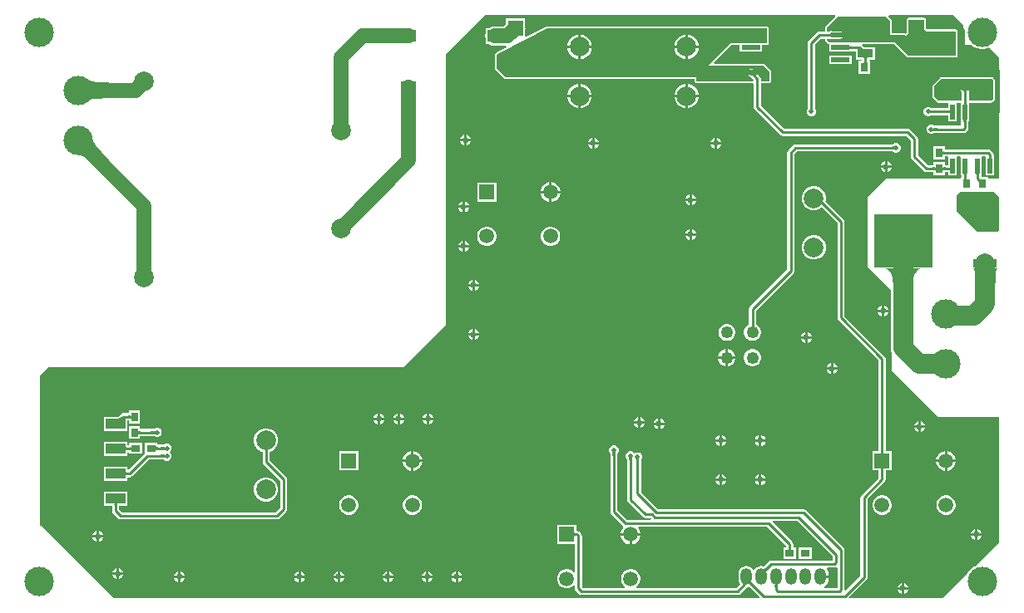
<source format=gbl>
G04*
G04 #@! TF.GenerationSoftware,Altium Limited,Altium Designer,23.5.1 (21)*
G04*
G04 Layer_Physical_Order=2*
G04 Layer_Color=16711680*
%FSLAX25Y25*%
%MOIN*%
G70*
G04*
G04 #@! TF.SameCoordinates,AFD14176-74B1-4AA8-BEBF-F55300C3C1FD*
G04*
G04*
G04 #@! TF.FilePolarity,Positive*
G04*
G01*
G75*
%ADD15R,0.03100X0.03800*%
%ADD17R,0.02756X0.05118*%
%ADD18R,0.03800X0.03100*%
%ADD21R,0.05118X0.02756*%
%ADD38R,0.05900X0.05900*%
%ADD41C,0.01000*%
%ADD42C,0.11811*%
%ADD43O,0.04724X0.06693*%
%ADD44C,0.07874*%
%ADD45C,0.05900*%
%ADD46C,0.04921*%
%ADD47C,0.02362*%
%ADD48C,0.01968*%
%ADD49R,0.07874X0.04331*%
%ADD50R,0.01968X0.05906*%
%ADD51R,0.23300X0.21700*%
%ADD52R,0.09800X0.03700*%
%ADD53R,0.07600X0.02100*%
%ADD54R,0.06299X0.12992*%
%ADD55R,0.06299X0.04724*%
%ADD56R,0.06299X0.03543*%
%ADD57R,0.06102X0.04724*%
%ADD58R,0.06299X0.06299*%
%ADD59C,0.07874*%
%ADD60C,0.05906*%
%ADD61C,0.06000*%
G36*
X771850Y625001D02*
Y616881D01*
X775067D01*
X775188Y616760D01*
X776303Y616015D01*
X777542Y615502D01*
X778857Y615240D01*
X780198D01*
X781513Y615502D01*
X782232Y615800D01*
X786282Y611750D01*
Y563386D01*
X781778D01*
Y564018D01*
X779126D01*
Y564653D01*
X779382D01*
Y565358D01*
X779384Y565366D01*
X779382Y565375D01*
Y571693D01*
X779382Y571961D01*
X779785Y572193D01*
X780608D01*
X781012Y571961D01*
Y571256D01*
X781010Y571248D01*
X781012Y571239D01*
Y564653D01*
X784382D01*
Y571239D01*
X784384Y571248D01*
X784382Y571256D01*
Y571961D01*
X784126D01*
Y572815D01*
X784126Y572815D01*
X784017Y573362D01*
X783707Y573825D01*
X782900Y574633D01*
X782436Y574943D01*
X781889Y575051D01*
X764456D01*
Y576223D01*
X759954D01*
Y571022D01*
X764456D01*
Y572193D01*
X765608D01*
X766012Y571961D01*
X766012Y571693D01*
Y568751D01*
X764456D01*
Y569923D01*
X759954D01*
Y568751D01*
X757679D01*
X753791Y572639D01*
Y579134D01*
X753682Y579681D01*
X753373Y580144D01*
X750617Y582900D01*
X750153Y583210D01*
X749606Y583319D01*
X700198D01*
X690799Y592718D01*
Y601648D01*
X694095D01*
X694368Y601702D01*
X694600Y601857D01*
X694755Y602089D01*
X694809Y602362D01*
Y606299D01*
X694755Y606573D01*
X694600Y606804D01*
X692238Y609167D01*
X692006Y609322D01*
X691732Y609376D01*
X672063D01*
X671872Y609838D01*
X679036Y617002D01*
X682324D01*
Y614135D01*
X691325D01*
Y617002D01*
X693307D01*
X693580Y617056D01*
X693812Y617211D01*
X693967Y617443D01*
X694022Y617717D01*
Y623622D01*
X693967Y623896D01*
X693812Y624127D01*
X693580Y624282D01*
X693307Y624337D01*
X605084D01*
X605056Y624331D01*
X605027Y624334D01*
X604920Y624304D01*
X604810Y624282D01*
X604786Y624266D01*
X604759Y624258D01*
X596797Y620189D01*
X596370Y620450D01*
Y623340D01*
X596407Y623622D01*
X596370Y623905D01*
Y627472D01*
X592802D01*
X592520Y627510D01*
X592237Y627472D01*
X588669D01*
Y625270D01*
X587780Y624380D01*
X584252D01*
X583246Y624247D01*
X582308Y623859D01*
X581912Y623555D01*
X580500D01*
Y621506D01*
X580497Y621498D01*
X580364Y620492D01*
X580497Y619486D01*
X580500Y619478D01*
Y617429D01*
X581912D01*
X582308Y617125D01*
X583246Y616737D01*
X584252Y616605D01*
X588685D01*
X588806Y616105D01*
X585502Y614416D01*
X585414Y614347D01*
X585322Y614285D01*
X584534Y613497D01*
X584379Y613266D01*
X584325Y612992D01*
Y607480D01*
X584379Y607207D01*
X584534Y606975D01*
X588077Y603432D01*
X588309Y603277D01*
X588583Y603223D01*
X664246D01*
Y602362D01*
X664300Y602089D01*
X664455Y601857D01*
X664687Y601702D01*
X664961Y601648D01*
X687666D01*
X687841Y601402D01*
X687941Y601192D01*
Y592126D01*
X688050Y591579D01*
X688360Y591116D01*
X698596Y580879D01*
X699059Y580570D01*
X699606Y580461D01*
X749014D01*
X750933Y578542D01*
Y572047D01*
X751042Y571500D01*
X751352Y571037D01*
X756076Y566312D01*
X756076Y566312D01*
X756540Y566002D01*
X757087Y565893D01*
X757087Y565893D01*
X759954D01*
Y564722D01*
X764456D01*
Y565893D01*
X766012D01*
Y564653D01*
X769382D01*
Y571693D01*
X769382Y571961D01*
X769785Y572193D01*
X770608D01*
X771012Y571961D01*
X771012Y571693D01*
Y565375D01*
X771010Y565366D01*
X771012Y565358D01*
Y564653D01*
X771268D01*
Y564018D01*
X770978D01*
Y563386D01*
X740945D01*
X733465Y555905D01*
Y527953D01*
X742878Y518539D01*
Y495155D01*
X743045Y493892D01*
X743307Y493258D01*
Y486221D01*
X761811Y467717D01*
X786282D01*
Y417384D01*
X776647Y407750D01*
X776303Y407607D01*
X775188Y406862D01*
X774240Y405914D01*
X773495Y404799D01*
X773353Y404455D01*
X763718Y394821D01*
X726235D01*
X726044Y395283D01*
X733097Y402336D01*
X733407Y402800D01*
X733516Y403346D01*
X733516Y403346D01*
Y434644D01*
X740381Y441509D01*
X740690Y441973D01*
X740799Y442520D01*
X740799Y442520D01*
Y446148D01*
X743222D01*
Y453852D01*
X740799D01*
Y490989D01*
X740690Y491536D01*
X740381Y491999D01*
X740380Y491999D01*
X724264Y508116D01*
Y546063D01*
X724155Y546610D01*
X723845Y547074D01*
X723845Y547074D01*
X716665Y554253D01*
X716787Y554709D01*
Y555983D01*
X716458Y557214D01*
X715821Y558317D01*
X714920Y559218D01*
X713816Y559855D01*
X712586Y560185D01*
X711312D01*
X710081Y559855D01*
X708978Y559218D01*
X708077Y558317D01*
X707440Y557214D01*
X707110Y555983D01*
Y554709D01*
X707440Y553479D01*
X708077Y552376D01*
X708978Y551475D01*
X710081Y550838D01*
X711312Y550508D01*
X712586D01*
X713816Y550838D01*
X714920Y551475D01*
X715161Y551716D01*
X721406Y545471D01*
Y507524D01*
X721514Y506977D01*
X721824Y506514D01*
X737941Y490397D01*
Y453852D01*
X735519D01*
Y446148D01*
X737941D01*
Y443112D01*
X731076Y436247D01*
X730766Y435783D01*
X730658Y435236D01*
Y403938D01*
X724731Y398012D01*
X724327Y398195D01*
X724264Y398252D01*
Y414173D01*
X724264Y414173D01*
X724155Y414720D01*
X723845Y415184D01*
X723845Y415184D01*
X708884Y430144D01*
X708421Y430454D01*
X707874Y430563D01*
X649601D01*
X642768Y437397D01*
Y450337D01*
X642937Y450507D01*
X643224Y451200D01*
Y451950D01*
X642937Y452643D01*
X642407Y453173D01*
X641714Y453461D01*
X640964D01*
X640270Y453173D01*
X640158Y453061D01*
X639651Y453567D01*
X638958Y453854D01*
X638208D01*
X637514Y453567D01*
X636984Y453037D01*
X636697Y452344D01*
Y451593D01*
X636984Y450900D01*
X637154Y450731D01*
Y434443D01*
X637262Y433896D01*
X637572Y433432D01*
X643478Y427527D01*
X643941Y427217D01*
X644488Y427108D01*
X646545D01*
X646770Y426828D01*
X646560Y426351D01*
X637087D01*
X633319Y430120D01*
Y453093D01*
X633489Y453263D01*
X633776Y453956D01*
Y454706D01*
X633489Y455399D01*
X632958Y455929D01*
X632265Y456216D01*
X631515D01*
X630822Y455929D01*
X630291Y455399D01*
X630004Y454706D01*
Y453956D01*
X630291Y453263D01*
X630461Y453093D01*
Y429528D01*
X630570Y428981D01*
X630879Y428517D01*
X635484Y423912D01*
X635484Y423912D01*
X635631Y423814D01*
X635704Y423180D01*
X635422Y422898D01*
X634902Y421997D01*
X634633Y420993D01*
Y420972D01*
X642533D01*
Y420993D01*
X642264Y421997D01*
X641744Y422898D01*
X641610Y423032D01*
X641801Y423493D01*
X693383D01*
X700933Y415944D01*
Y415243D01*
X699761D01*
Y410741D01*
X704963D01*
Y415243D01*
X703791D01*
Y416536D01*
X703791Y416536D01*
X703682Y417083D01*
X703372Y417546D01*
X703372Y417546D01*
X695454Y425465D01*
X695645Y425927D01*
X705314D01*
X719437Y411803D01*
Y410009D01*
X694807D01*
X694260Y409901D01*
X693797Y409591D01*
X691879Y407673D01*
X691797Y407707D01*
X690945Y407820D01*
X690093Y407707D01*
X689299Y407378D01*
X688617Y406855D01*
X688298Y406439D01*
X687687D01*
X687367Y406855D01*
X686685Y407378D01*
X685891Y407707D01*
X685039Y407820D01*
X684187Y407707D01*
X683393Y407378D01*
X682712Y406855D01*
X682189Y406174D01*
X681860Y405380D01*
X681747Y404528D01*
Y402559D01*
X681860Y401707D01*
X682189Y400913D01*
X682432Y400595D01*
X680925Y399087D01*
X640932D01*
X640798Y399587D01*
X640948Y399674D01*
X641665Y400391D01*
X642172Y401269D01*
X642434Y402249D01*
Y403263D01*
X642172Y404243D01*
X641665Y405121D01*
X640948Y405838D01*
X640069Y406345D01*
X639090Y406607D01*
X638076D01*
X637096Y406345D01*
X636218Y405838D01*
X635501Y405121D01*
X634994Y404243D01*
X634731Y403263D01*
Y402249D01*
X634994Y401269D01*
X635501Y400391D01*
X636218Y399674D01*
X636368Y399587D01*
X636234Y399087D01*
X619469D01*
X619146Y399411D01*
Y419887D01*
X619037Y420434D01*
X618727Y420897D01*
X618141Y421483D01*
X617678Y421793D01*
X617131Y421902D01*
X616844D01*
Y424324D01*
X609141D01*
Y416621D01*
X616288D01*
Y405615D01*
X615788Y405407D01*
X615357Y405838D01*
X614479Y406345D01*
X613499Y406607D01*
X612485D01*
X611506Y406345D01*
X610627Y405838D01*
X609910Y405121D01*
X609403Y404243D01*
X609141Y403263D01*
Y402249D01*
X609403Y401269D01*
X609910Y400391D01*
X610627Y399674D01*
X611506Y399167D01*
X612485Y398904D01*
X613499D01*
X614479Y399167D01*
X615357Y399674D01*
X615788Y400104D01*
X616288Y399897D01*
Y398819D01*
X616396Y398272D01*
X616706Y397808D01*
X617867Y396648D01*
X618330Y396338D01*
X618877Y396229D01*
X681517D01*
X682063Y396338D01*
X682527Y396648D01*
X685008Y399129D01*
X685008Y399129D01*
X685106Y399276D01*
X685891Y399379D01*
X686108Y399469D01*
X690295Y395283D01*
X690103Y394821D01*
X431557D01*
X401968Y424409D01*
Y484252D01*
X405512Y487795D01*
X547638D01*
X564567Y504724D01*
Y612992D01*
X580376Y628801D01*
X720445D01*
X720636Y628339D01*
X716818Y624521D01*
X716663Y624289D01*
X716608Y624016D01*
Y622315D01*
X714154D01*
X714153Y622315D01*
X713607Y622206D01*
X713143Y621896D01*
X713143Y621896D01*
X710013Y618766D01*
X709703Y618303D01*
X709595Y617756D01*
Y591395D01*
X709425Y591226D01*
X709138Y590533D01*
Y589782D01*
X709425Y589089D01*
X709955Y588559D01*
X710648Y588272D01*
X711399D01*
X712092Y588559D01*
X712622Y589089D01*
X712909Y589782D01*
Y590533D01*
X712622Y591226D01*
X712453Y591395D01*
Y617164D01*
X714746Y619457D01*
X716608D01*
Y618898D01*
X716663Y618624D01*
X716818Y618392D01*
X717605Y617605D01*
X717837Y617450D01*
X718110Y617396D01*
X718124D01*
Y614135D01*
X727125D01*
Y614457D01*
X728827D01*
Y611110D01*
X731248D01*
Y610476D01*
X730033D01*
Y605274D01*
X734534D01*
Y610476D01*
X734106D01*
Y611110D01*
X736528D01*
Y616055D01*
X732226D01*
X731385Y616896D01*
X731385Y616898D01*
X731537Y617396D01*
X744192D01*
X749495Y612093D01*
X749727Y611938D01*
X750000Y611884D01*
X768898D01*
X769171Y611938D01*
X769403Y612093D01*
X769558Y612325D01*
X769612Y612598D01*
Y622441D01*
X769558Y622714D01*
X769403Y622946D01*
X769171Y623101D01*
X768898Y623155D01*
X757383D01*
X757014Y623524D01*
Y627095D01*
X756959Y627368D01*
X756804Y627600D01*
X756573Y627755D01*
X756299Y627809D01*
X750000D01*
X749727Y627755D01*
X749495Y627600D01*
X749340Y627368D01*
X749286Y627095D01*
Y621949D01*
X748797Y621461D01*
X748699Y621526D01*
X748425Y621581D01*
X743234D01*
Y626772D01*
X743180Y627045D01*
X743025Y627277D01*
X741962Y628339D01*
X742154Y628801D01*
X768049D01*
X771850Y625001D01*
D02*
G37*
G36*
X718848Y619886D02*
X718838Y619981D01*
X718808Y620066D01*
X718757Y620141D01*
X718686Y620206D01*
X718595Y620261D01*
X718484Y620306D01*
X718353Y620341D01*
X718201Y620366D01*
X718029Y620381D01*
X717836Y620386D01*
Y621386D01*
X718029Y621391D01*
X718201Y621406D01*
X718353Y621431D01*
X718484Y621466D01*
X718595Y621511D01*
X718686Y621566D01*
X718757Y621631D01*
X718808Y621706D01*
X718838Y621791D01*
X718848Y621886D01*
Y619886D01*
D02*
G37*
G36*
X740945Y628346D02*
X742520Y626772D01*
Y620866D01*
X748425D01*
X748819Y620472D01*
X750000Y621654D01*
Y627095D01*
X756299D01*
Y623228D01*
X757087Y622441D01*
X768898D01*
Y612598D01*
X750000D01*
X744488Y618110D01*
X718110D01*
X717323Y618898D01*
Y619457D01*
X718292D01*
X718343Y619381D01*
X718375Y619359D01*
X718399Y619330D01*
X718490Y619282D01*
X718575Y619226D01*
X718612Y619218D01*
X718646Y619201D01*
X718748Y619191D01*
X718848Y619171D01*
X718886Y619179D01*
X718924Y619175D01*
X719022Y619206D01*
X719122Y619226D01*
X719154Y619247D01*
X719190Y619258D01*
X719269Y619324D01*
X719354Y619381D01*
X719375Y619412D01*
X719404Y619437D01*
X719415Y619457D01*
X722624D01*
X723171Y619566D01*
X723635Y619875D01*
X723945Y620339D01*
X724053Y620886D01*
X723945Y621433D01*
X723635Y621896D01*
X723171Y622206D01*
X722624Y622315D01*
X719415D01*
X719404Y622335D01*
X719375Y622359D01*
X719354Y622391D01*
X719269Y622448D01*
X719190Y622513D01*
X719154Y622525D01*
X719122Y622546D01*
X719022Y622566D01*
X718924Y622596D01*
X718886Y622593D01*
X718848Y622600D01*
X718748Y622580D01*
X718646Y622571D01*
X718612Y622553D01*
X718575Y622546D01*
X718490Y622489D01*
X718399Y622442D01*
X718375Y622412D01*
X718343Y622391D01*
X718292Y622315D01*
X717323D01*
Y624016D01*
X721654Y628346D01*
X740945Y628346D01*
D02*
G37*
G36*
X731056Y615915D02*
X731431Y615597D01*
X731543Y615519D01*
X731648Y615455D01*
X731747Y615406D01*
X731840Y615371D01*
X731925Y615349D01*
X732004Y615342D01*
X729831D01*
X729901Y615344D01*
X729960Y615350D01*
X730007Y615359D01*
X730043Y615373D01*
X730068Y615390D01*
X730081Y615411D01*
X730083Y615435D01*
X730074Y615464D01*
X730053Y615496D01*
X730021Y615532D01*
X730918Y616049D01*
X731056Y615915D01*
D02*
G37*
G36*
X726410Y616791D02*
X726441Y616706D01*
X726491Y616631D01*
X726562Y616566D01*
X726653Y616511D01*
X726765Y616466D01*
X726896Y616431D01*
X727048Y616406D01*
X727220Y616391D01*
X727412Y616386D01*
Y615386D01*
X727220Y615381D01*
X727048Y615366D01*
X726896Y615341D01*
X726765Y615306D01*
X726653Y615261D01*
X726562Y615206D01*
X726491Y615141D01*
X726441Y615066D01*
X726410Y614981D01*
X726400Y614886D01*
Y616886D01*
X726410Y616791D01*
D02*
G37*
G36*
X733582Y611825D02*
X733497Y611795D01*
X733422Y611744D01*
X733357Y611673D01*
X733302Y611582D01*
X733257Y611471D01*
X733222Y611339D01*
X733197Y611187D01*
X733182Y611015D01*
X733177Y610823D01*
X732177D01*
X732172Y611015D01*
X732157Y611187D01*
X732132Y611339D01*
X732097Y611471D01*
X732052Y611582D01*
X731997Y611673D01*
X731932Y611744D01*
X731857Y611795D01*
X731772Y611825D01*
X731677Y611835D01*
X733677D01*
X733582Y611825D01*
D02*
G37*
G36*
X733182Y610570D02*
X733197Y610398D01*
X733222Y610247D01*
X733257Y610115D01*
X733302Y610004D01*
X733357Y609913D01*
X733422Y609842D01*
X733497Y609791D01*
X733582Y609761D01*
X733677Y609751D01*
X731677D01*
X731772Y609761D01*
X731857Y609791D01*
X731932Y609842D01*
X731997Y609913D01*
X732052Y610004D01*
X732097Y610115D01*
X732132Y610247D01*
X732157Y610398D01*
X732172Y610570D01*
X732177Y610763D01*
X733177D01*
X733182Y610570D01*
D02*
G37*
G36*
X689147Y604853D02*
X689046Y604831D01*
X688975Y604795D01*
X688932Y604745D01*
X688917Y604680D01*
X688932Y604601D01*
X688975Y604507D01*
X689046Y604400D01*
X689147Y604277D01*
X689277Y604141D01*
X687862D01*
X687719Y604277D01*
X687576Y604400D01*
X687433Y604507D01*
X687291Y604601D01*
X687149Y604680D01*
X687008Y604745D01*
X686867Y604795D01*
X686727Y604831D01*
X686587Y604853D01*
X686448Y604860D01*
X689277D01*
X689147Y604853D01*
D02*
G37*
G36*
X693307Y617717D02*
X678740D01*
X669685Y608661D01*
X691732D01*
X694095Y606299D01*
Y602362D01*
X690799D01*
Y603340D01*
X690690Y603887D01*
X690381Y604351D01*
X689971Y604760D01*
X689991Y604860D01*
X689987Y604880D01*
X689990Y604900D01*
X689960Y605016D01*
X689937Y605133D01*
X689926Y605150D01*
X689921Y605169D01*
X689849Y605265D01*
X689782Y605365D01*
X689765Y605376D01*
X689753Y605392D01*
X689650Y605453D01*
X689550Y605520D01*
X689530Y605524D01*
X689513Y605534D01*
X689394Y605551D01*
X689277Y605574D01*
X689157D01*
X687835Y606896D01*
X687371Y607206D01*
X686824Y607315D01*
X686277Y607206D01*
X685814Y606896D01*
X685504Y606433D01*
X685395Y605886D01*
X685504Y605339D01*
X685752Y604967D01*
X685735Y604897D01*
X685737Y604878D01*
X685734Y604860D01*
X685757Y604741D01*
X685775Y604621D01*
X685784Y604605D01*
X685788Y604586D01*
X685855Y604486D01*
X685918Y604381D01*
X685933Y604370D01*
X685943Y604355D01*
X686044Y604287D01*
X686141Y604215D01*
X686159Y604210D01*
X686175Y604200D01*
X686294Y604176D01*
X686411Y604146D01*
X686514Y604141D01*
X686554Y604135D01*
X687827Y602862D01*
X687666Y602362D01*
X664961D01*
Y603937D01*
X588583D01*
X585039Y607480D01*
Y612992D01*
X585827Y613779D01*
X605084Y623622D01*
X693307D01*
Y617717D01*
D02*
G37*
G36*
X421843Y602659D02*
X422309Y602466D01*
X422936Y602296D01*
X423725Y602148D01*
X424676Y602024D01*
X427063Y601842D01*
X431858Y601740D01*
Y595740D01*
X430098Y595729D01*
X423725Y595332D01*
X422936Y595185D01*
X422309Y595014D01*
X421843Y594822D01*
X421540Y594606D01*
Y602874D01*
X421843Y602659D01*
D02*
G37*
G36*
X552638Y597570D02*
X552631Y597390D01*
X552606Y591630D01*
X546606D01*
X546567Y597630D01*
X552645D01*
X552638Y597570D01*
D02*
G37*
G36*
X711525Y592287D02*
X711592Y591224D01*
X711616Y591093D01*
X711645Y590988D01*
X711677Y590911D01*
X711713Y590860D01*
X710335D01*
X710371Y590911D01*
X710403Y590988D01*
X710431Y591093D01*
X710456Y591224D01*
X710476Y591383D01*
X710507Y591781D01*
X710524Y592580D01*
X711524D01*
X711525Y592287D01*
D02*
G37*
G36*
X763741Y574527D02*
X763771Y574442D01*
X763822Y574367D01*
X763893Y574302D01*
X763984Y574247D01*
X764095Y574202D01*
X764227Y574167D01*
X764378Y574142D01*
X764550Y574127D01*
X764743Y574122D01*
Y573122D01*
X764550Y573117D01*
X764378Y573102D01*
X764227Y573077D01*
X764095Y573042D01*
X763984Y572997D01*
X763893Y572942D01*
X763822Y572877D01*
X763771Y572802D01*
X763741Y572717D01*
X763731Y572622D01*
Y574622D01*
X763741Y574527D01*
D02*
G37*
G36*
X783202Y572058D02*
X783216Y571888D01*
X783239Y571738D01*
X783272Y571608D01*
X783315Y571498D01*
X783367Y571408D01*
X783428Y571338D01*
X783499Y571288D01*
X783579Y571258D01*
X783669Y571248D01*
X781725D01*
X781814Y571258D01*
X781895Y571288D01*
X781965Y571338D01*
X782027Y571408D01*
X782079Y571498D01*
X782121Y571608D01*
X782154Y571738D01*
X782178Y571888D01*
X782192Y572058D01*
X782197Y572248D01*
X783197D01*
X783202Y572058D01*
D02*
G37*
G36*
X423290Y578314D02*
X423483Y577849D01*
X423806Y577285D01*
X424260Y576623D01*
X424844Y575863D01*
X426404Y574046D01*
X429722Y570583D01*
X425480Y566341D01*
X424227Y567577D01*
X419440Y571804D01*
X418778Y572257D01*
X418214Y572580D01*
X417749Y572773D01*
X417382Y572835D01*
X423228Y578681D01*
X423290Y578314D01*
D02*
G37*
G36*
X763741Y568227D02*
X763771Y568142D01*
X763822Y568067D01*
X763893Y568002D01*
X763984Y567947D01*
X764095Y567902D01*
X764227Y567867D01*
X764378Y567842D01*
X764550Y567827D01*
X764743Y567822D01*
Y566822D01*
X764550Y566817D01*
X764378Y566802D01*
X764227Y566777D01*
X764095Y566742D01*
X763984Y566697D01*
X763893Y566642D01*
X763822Y566577D01*
X763771Y566502D01*
X763741Y566417D01*
X763731Y566322D01*
Y568322D01*
X763741Y568227D01*
D02*
G37*
G36*
X760679Y566322D02*
X760669Y566417D01*
X760638Y566502D01*
X760588Y566577D01*
X760517Y566642D01*
X760426Y566697D01*
X760314Y566742D01*
X760183Y566777D01*
X760031Y566802D01*
X759859Y566817D01*
X759667Y566822D01*
Y567822D01*
X759859Y567827D01*
X760031Y567842D01*
X760183Y567867D01*
X760314Y567902D01*
X760426Y567947D01*
X760517Y568002D01*
X760588Y568067D01*
X760638Y568142D01*
X760669Y568227D01*
X760679Y568322D01*
Y566322D01*
D02*
G37*
G36*
X778579Y565356D02*
X778499Y565326D01*
X778428Y565276D01*
X778367Y565206D01*
X778315Y565116D01*
X778272Y565006D01*
X778239Y564876D01*
X778216Y564726D01*
X778202Y564556D01*
X778197Y564366D01*
X777197D01*
X777192Y564556D01*
X777178Y564726D01*
X777154Y564876D01*
X777121Y565006D01*
X777079Y565116D01*
X777027Y565206D01*
X776965Y565276D01*
X776895Y565326D01*
X776814Y565356D01*
X776725Y565366D01*
X778669D01*
X778579Y565356D01*
D02*
G37*
G36*
X773579D02*
X773499Y565326D01*
X773428Y565276D01*
X773367Y565206D01*
X773315Y565116D01*
X773272Y565006D01*
X773239Y564876D01*
X773216Y564726D01*
X773202Y564556D01*
X773197Y564366D01*
X772197D01*
X772192Y564556D01*
X772178Y564726D01*
X772154Y564876D01*
X772121Y565006D01*
X772079Y565116D01*
X772027Y565206D01*
X771965Y565276D01*
X771895Y565326D01*
X771814Y565356D01*
X771725Y565366D01*
X773669D01*
X773579Y565356D01*
D02*
G37*
G36*
X773202Y564113D02*
X773217Y563941D01*
X773242Y563790D01*
X773277Y563658D01*
X773322Y563547D01*
X773377Y563456D01*
X773442Y563385D01*
X773517Y563334D01*
X773602Y563304D01*
X773697Y563294D01*
X771697D01*
X771792Y563304D01*
X771877Y563334D01*
X771952Y563385D01*
X772017Y563456D01*
X772072Y563547D01*
X772117Y563658D01*
X772152Y563790D01*
X772177Y563941D01*
X772192Y564113D01*
X772197Y564306D01*
X773197D01*
X773202Y564113D01*
D02*
G37*
G36*
X786221Y555905D02*
Y542520D01*
X785827Y542126D01*
X777559D01*
X769291Y550394D01*
Y556693D01*
X770472Y557874D01*
X784252D01*
X786221Y555905D01*
D02*
G37*
G36*
X785416Y527217D02*
X785254Y526981D01*
X785112Y526587D01*
X784988Y526036D01*
X784883Y525327D01*
X784731Y523438D01*
X784646Y519422D01*
X776772D01*
X776762Y520918D01*
X776429Y526036D01*
X776306Y526587D01*
X776163Y526981D01*
X776001Y527217D01*
X775821Y527296D01*
X785597D01*
X785416Y527217D01*
D02*
G37*
G36*
X754885Y527229D02*
X754215Y526992D01*
X753625Y526598D01*
X753113Y526046D01*
X752680Y525336D01*
X752326Y524469D01*
X752050Y523444D01*
X751853Y522261D01*
X751735Y520920D01*
X751696Y519422D01*
X743822D01*
X743782Y520920D01*
X743664Y522261D01*
X743467Y523444D01*
X743192Y524469D01*
X742837Y525336D01*
X742404Y526046D01*
X741892Y526598D01*
X741302Y526992D01*
X740633Y527229D01*
X739885Y527308D01*
X755633D01*
X754885Y527229D01*
D02*
G37*
G36*
X739875Y453746D02*
X739890Y453574D01*
X739915Y453422D01*
X739950Y453290D01*
X739995Y453179D01*
X740050Y453088D01*
X740115Y453017D01*
X740190Y452966D01*
X740275Y452936D01*
X740370Y452926D01*
X738370D01*
X738465Y452936D01*
X738550Y452966D01*
X738625Y453017D01*
X738690Y453088D01*
X738745Y453179D01*
X738790Y453290D01*
X738825Y453422D01*
X738850Y453574D01*
X738865Y453746D01*
X738870Y453938D01*
X739870D01*
X739875Y453746D01*
D02*
G37*
G36*
X632543Y453577D02*
X632511Y453500D01*
X632482Y453395D01*
X632458Y453264D01*
X632437Y453105D01*
X632407Y452707D01*
X632390Y451908D01*
X631390D01*
X631388Y452202D01*
X631322Y453264D01*
X631297Y453395D01*
X631269Y453500D01*
X631237Y453577D01*
X631201Y453628D01*
X632579D01*
X632543Y453577D01*
D02*
G37*
G36*
X639236Y451215D02*
X639204Y451137D01*
X639175Y451033D01*
X639151Y450902D01*
X639130Y450743D01*
X639100Y450345D01*
X639083Y449546D01*
X638083D01*
X638081Y449839D01*
X638015Y450902D01*
X637990Y451033D01*
X637962Y451137D01*
X637930Y451215D01*
X637894Y451266D01*
X639272D01*
X639236Y451215D01*
D02*
G37*
G36*
X641992Y450821D02*
X641959Y450744D01*
X641931Y450639D01*
X641907Y450508D01*
X641886Y450349D01*
X641856Y449952D01*
X641839Y449152D01*
X640839D01*
X640837Y449446D01*
X640771Y450508D01*
X640746Y450639D01*
X640718Y450744D01*
X640686Y450821D01*
X640650Y450872D01*
X642028D01*
X641992Y450821D01*
D02*
G37*
G36*
X740275Y447052D02*
X740190Y447022D01*
X740115Y446972D01*
X740050Y446902D01*
X739995Y446812D01*
X739950Y446702D01*
X739915Y446572D01*
X739890Y446422D01*
X739875Y446252D01*
X739870Y446062D01*
X738870D01*
X738865Y446252D01*
X738850Y446422D01*
X738825Y446572D01*
X738790Y446702D01*
X738745Y446812D01*
X738690Y446902D01*
X738625Y446972D01*
X738550Y447022D01*
X738465Y447052D01*
X738370Y447062D01*
X740370D01*
X740275Y447052D01*
D02*
G37*
G36*
X615928Y421378D02*
X615959Y421292D01*
X616009Y421217D01*
X616080Y421152D01*
X616171Y421098D01*
X616282Y421053D01*
X616414Y421018D01*
X616566Y420993D01*
X616738Y420977D01*
X616930Y420972D01*
Y419973D01*
X616738Y419968D01*
X616566Y419952D01*
X616414Y419928D01*
X616282Y419893D01*
X616171Y419847D01*
X616080Y419793D01*
X616009Y419728D01*
X615959Y419653D01*
X615928Y419567D01*
X615918Y419473D01*
Y421473D01*
X615928Y421378D01*
D02*
G37*
G36*
X702867Y415338D02*
X702882Y415166D01*
X702907Y415014D01*
X702942Y414882D01*
X702987Y414771D01*
X703042Y414680D01*
X703107Y414609D01*
X703182Y414559D01*
X703267Y414528D01*
X703362Y414518D01*
X701362D01*
X701457Y414528D01*
X701542Y414559D01*
X701617Y414609D01*
X701682Y414680D01*
X701737Y414771D01*
X701782Y414882D01*
X701817Y415014D01*
X701842Y415166D01*
X701857Y415338D01*
X701862Y415530D01*
X702862D01*
X702867Y415338D01*
D02*
G37*
G36*
X693555Y406621D02*
X693400Y406460D01*
X693270Y406308D01*
X693164Y406167D01*
X693082Y406036D01*
X693024Y405915D01*
X692990Y405804D01*
X692981Y405703D01*
X692996Y405612D01*
X693034Y405532D01*
X693097Y405461D01*
X691594Y406774D01*
X691674Y406720D01*
X691762Y406690D01*
X691860Y406683D01*
X691967Y406699D01*
X692083Y406739D01*
X692209Y406801D01*
X692344Y406887D01*
X692488Y406996D01*
X692641Y407128D01*
X692804Y407284D01*
X693555Y406621D01*
D02*
G37*
G36*
X687183Y401688D02*
X687149Y401604D01*
X687139Y401510D01*
X687152Y401405D01*
X687189Y401292D01*
X687249Y401168D01*
X687334Y401035D01*
X687442Y400892D01*
X687574Y400739D01*
X687729Y400576D01*
X687022Y399869D01*
X686860Y400025D01*
X686564Y400265D01*
X686430Y400349D01*
X686307Y400410D01*
X686193Y400447D01*
X686089Y400460D01*
X685994Y400449D01*
X685910Y400415D01*
X685835Y400357D01*
X687241Y401763D01*
X687183Y401688D01*
D02*
G37*
G36*
X697751Y400427D02*
X697667Y400392D01*
X697593Y400333D01*
X697528Y400250D01*
X697474Y400143D01*
X697430Y400013D01*
X697395Y399859D01*
X697370Y399681D01*
X697355Y399480D01*
X697350Y399255D01*
X696350D01*
X696345Y399480D01*
X696306Y399859D01*
X696271Y400013D01*
X696227Y400143D01*
X696172Y400250D01*
X696108Y400333D01*
X696034Y400392D01*
X695950Y400427D01*
X695856Y400439D01*
X697845D01*
X697751Y400427D01*
D02*
G37*
G36*
X721406Y407120D02*
Y399067D01*
X716228D01*
X716129Y399567D01*
X716262Y399622D01*
X716965Y400161D01*
X717504Y400864D01*
X717843Y401681D01*
X717958Y402559D01*
Y403043D01*
X714567D01*
Y404043D01*
X717958D01*
Y404528D01*
X717843Y405405D01*
X717504Y406223D01*
X717175Y406651D01*
X717422Y407151D01*
X720169D01*
X720716Y407260D01*
X720906Y407387D01*
X721406Y407120D01*
D02*
G37*
%LPC*%
G36*
X727125Y612637D02*
X718124D01*
Y609135D01*
X727125D01*
Y612637D01*
D02*
G37*
G36*
X618760Y601394D02*
X618610D01*
Y596957D01*
X623047D01*
Y597107D01*
X622711Y598362D01*
X622061Y599488D01*
X621142Y600407D01*
X620016Y601057D01*
X618760Y601394D01*
D02*
G37*
G36*
X661674D02*
X661524D01*
Y596957D01*
X665961D01*
Y597107D01*
X665624Y598362D01*
X664974Y599488D01*
X664055Y600407D01*
X662929Y601057D01*
X661674Y601394D01*
D02*
G37*
G36*
X660524D02*
X660374D01*
X659118Y601057D01*
X657992Y600407D01*
X657073Y599488D01*
X656423Y598362D01*
X656087Y597107D01*
Y596957D01*
X660524D01*
Y601394D01*
D02*
G37*
G36*
X617610D02*
X617460D01*
X616205Y601057D01*
X615079Y600407D01*
X614160Y599488D01*
X613510Y598362D01*
X613173Y597107D01*
Y596957D01*
X617610D01*
Y601394D01*
D02*
G37*
G36*
X665961Y595957D02*
X661524D01*
Y591520D01*
X661674D01*
X662929Y591856D01*
X664055Y592506D01*
X664974Y593425D01*
X665624Y594551D01*
X665961Y595807D01*
Y595957D01*
D02*
G37*
G36*
X660524D02*
X656087D01*
Y595807D01*
X656423Y594551D01*
X657073Y593425D01*
X657992Y592506D01*
X659118Y591856D01*
X660374Y591520D01*
X660524D01*
Y595957D01*
D02*
G37*
G36*
X623047D02*
X618610D01*
Y591520D01*
X618760D01*
X620016Y591856D01*
X621142Y592506D01*
X622061Y593425D01*
X622711Y594551D01*
X623047Y595807D01*
Y595957D01*
D02*
G37*
G36*
X617610D02*
X613173D01*
Y595807D01*
X613510Y594551D01*
X614160Y593425D01*
X615079Y592506D01*
X616205Y591856D01*
X617460Y591520D01*
X617610D01*
Y595957D01*
D02*
G37*
G36*
X783465Y603864D02*
X762992D01*
X762719Y603810D01*
X762487Y603655D01*
X759731Y600899D01*
X759576Y600667D01*
X759522Y600394D01*
Y596063D01*
X759576Y595790D01*
X759731Y595558D01*
X761306Y593983D01*
X761538Y593828D01*
X761811Y593774D01*
X765578D01*
X766012Y593614D01*
X766012Y593274D01*
Y591586D01*
X759112D01*
X758942Y591756D01*
X758249Y592043D01*
X757499D01*
X756806Y591756D01*
X756275Y591226D01*
X755988Y590533D01*
Y589782D01*
X756275Y589089D01*
X756806Y588559D01*
X757499Y588272D01*
X758249D01*
X758942Y588559D01*
X759112Y588728D01*
X766012D01*
Y586307D01*
X769382D01*
Y593274D01*
X769382Y593614D01*
X769816Y593774D01*
X770578D01*
X771012Y593614D01*
Y592910D01*
X771010Y592901D01*
X771012Y592893D01*
Y587024D01*
X771010Y587015D01*
X771012Y587007D01*
Y586307D01*
X771012D01*
Y584500D01*
X760293D01*
X760123Y584670D01*
X759430Y584957D01*
X758680D01*
X757987Y584670D01*
X757456Y584139D01*
X757169Y583446D01*
Y582696D01*
X757456Y582003D01*
X757987Y581472D01*
X758680Y581185D01*
X759430D01*
X760123Y581472D01*
X760293Y581642D01*
X771855D01*
X772402Y581751D01*
X772866Y582060D01*
X773451Y582646D01*
X773761Y583110D01*
X773870Y583657D01*
Y586307D01*
X774382D01*
Y592893D01*
X774384Y592901D01*
X774382Y592910D01*
Y593614D01*
X774816Y593774D01*
X783071D01*
X783344Y593828D01*
X783576Y593983D01*
X784364Y594770D01*
X784518Y595002D01*
X784573Y595276D01*
X784573Y602756D01*
X784518Y603029D01*
X784364Y603261D01*
X783970Y603655D01*
X783738Y603810D01*
X783465Y603864D01*
D02*
G37*
G36*
X572941Y580894D02*
Y579240D01*
X574595D01*
X574290Y579976D01*
X573676Y580589D01*
X572941Y580894D01*
D02*
G37*
G36*
X571941D02*
X571206Y580589D01*
X570592Y579976D01*
X570287Y579240D01*
X571941D01*
Y580894D01*
D02*
G37*
G36*
X673335Y579713D02*
Y578059D01*
X674988D01*
X674684Y578794D01*
X674070Y579408D01*
X673335Y579713D01*
D02*
G37*
G36*
X672335D02*
X671599Y579408D01*
X670986Y578794D01*
X670681Y578059D01*
X672335D01*
Y579713D01*
D02*
G37*
G36*
X624122D02*
Y578059D01*
X625776D01*
X625471Y578794D01*
X624858Y579408D01*
X624122Y579713D01*
D02*
G37*
G36*
X623122D02*
X622387Y579408D01*
X621773Y578794D01*
X621468Y578059D01*
X623122D01*
Y579713D01*
D02*
G37*
G36*
X574595Y578240D02*
X572941D01*
Y576586D01*
X573676Y576891D01*
X574290Y577505D01*
X574595Y578240D01*
D02*
G37*
G36*
X571941D02*
X570287D01*
X570592Y577505D01*
X571206Y576891D01*
X571941Y576586D01*
Y578240D01*
D02*
G37*
G36*
X674988Y577059D02*
X673335D01*
Y575405D01*
X674070Y575710D01*
X674684Y576324D01*
X674988Y577059D01*
D02*
G37*
G36*
X672335D02*
X670681D01*
X670986Y576324D01*
X671599Y575710D01*
X672335Y575405D01*
Y577059D01*
D02*
G37*
G36*
X625776D02*
X624122D01*
Y575405D01*
X624858Y575710D01*
X625471Y576324D01*
X625776Y577059D01*
D02*
G37*
G36*
X623122D02*
X621468D01*
X621773Y576324D01*
X622387Y575710D01*
X623122Y575405D01*
Y577059D01*
D02*
G37*
G36*
X745257Y577476D02*
X744507D01*
X743814Y577189D01*
X743644Y577020D01*
X704724D01*
X704178Y576911D01*
X703714Y576601D01*
X701745Y574633D01*
X701436Y574169D01*
X701327Y573622D01*
Y526970D01*
X686391Y512034D01*
X686081Y511571D01*
X685972Y511024D01*
Y504632D01*
X685337Y504265D01*
X684711Y503639D01*
X684269Y502873D01*
X684039Y502017D01*
Y501132D01*
X684269Y500277D01*
X684711Y499510D01*
X685337Y498884D01*
X686104Y498442D01*
X686959Y498213D01*
X687844D01*
X688699Y498442D01*
X689466Y498884D01*
X690092Y499510D01*
X690535Y500277D01*
X690764Y501132D01*
Y502017D01*
X690535Y502873D01*
X690092Y503639D01*
X689466Y504265D01*
X688831Y504632D01*
Y510432D01*
X703766Y525367D01*
X703766Y525367D01*
X704076Y525831D01*
X704185Y526378D01*
X704185Y526378D01*
Y573030D01*
X705316Y574161D01*
X743644D01*
X743814Y573992D01*
X744507Y573705D01*
X745257D01*
X745950Y573992D01*
X746481Y574522D01*
X746768Y575215D01*
Y575966D01*
X746481Y576659D01*
X745950Y577189D01*
X745257Y577476D01*
D02*
G37*
G36*
X741445Y570264D02*
Y568610D01*
X743099D01*
X742794Y569346D01*
X742180Y569959D01*
X741445Y570264D01*
D02*
G37*
G36*
X740445D02*
X739709Y569959D01*
X739096Y569346D01*
X738791Y568610D01*
X740445D01*
Y570264D01*
D02*
G37*
G36*
X743099Y567610D02*
X741445D01*
Y565956D01*
X742180Y566261D01*
X742794Y566875D01*
X743099Y567610D01*
D02*
G37*
G36*
X740445D02*
X738791D01*
X739096Y566875D01*
X739709Y566261D01*
X740445Y565956D01*
Y567610D01*
D02*
G37*
G36*
X607032Y561824D02*
X607012D01*
Y558374D01*
X610462D01*
Y558394D01*
X610193Y559399D01*
X609673Y560299D01*
X608937Y561035D01*
X608037Y561555D01*
X607032Y561824D01*
D02*
G37*
G36*
X606012D02*
X605992D01*
X604987Y561555D01*
X604086Y561035D01*
X603351Y560299D01*
X602831Y559399D01*
X602562Y558394D01*
Y558374D01*
X606012D01*
Y561824D01*
D02*
G37*
G36*
X663098Y556878D02*
Y555224D01*
X664752D01*
X664447Y555960D01*
X663834Y556573D01*
X663098Y556878D01*
D02*
G37*
G36*
X662098D02*
X661363Y556573D01*
X660749Y555960D01*
X660445Y555224D01*
X662098D01*
Y556878D01*
D02*
G37*
G36*
X584773Y561726D02*
X577070D01*
Y554023D01*
X584773D01*
Y561726D01*
D02*
G37*
G36*
X610462Y557374D02*
X607012D01*
Y553924D01*
X607032D01*
X608037Y554193D01*
X608937Y554713D01*
X609673Y555449D01*
X610193Y556349D01*
X610462Y557354D01*
Y557374D01*
D02*
G37*
G36*
X606012D02*
X602562D01*
Y557354D01*
X602831Y556349D01*
X603351Y555449D01*
X604086Y554713D01*
X604987Y554193D01*
X605992Y553924D01*
X606012D01*
Y557374D01*
D02*
G37*
G36*
X664752Y554224D02*
X663098D01*
Y552571D01*
X663834Y552875D01*
X664447Y553489D01*
X664752Y554224D01*
D02*
G37*
G36*
X662098D02*
X660445D01*
X660749Y553489D01*
X661363Y552875D01*
X662098Y552571D01*
Y554224D01*
D02*
G37*
G36*
X572154Y554122D02*
Y552468D01*
X573807D01*
X573503Y553204D01*
X572889Y553818D01*
X572154Y554122D01*
D02*
G37*
G36*
X571153D02*
X570418Y553818D01*
X569804Y553204D01*
X569500Y552468D01*
X571153D01*
Y554122D01*
D02*
G37*
G36*
X573807Y551469D02*
X572154D01*
Y549815D01*
X572889Y550119D01*
X573503Y550733D01*
X573807Y551469D01*
D02*
G37*
G36*
X571153D02*
X569500D01*
X569804Y550733D01*
X570418Y550119D01*
X571153Y549815D01*
Y551469D01*
D02*
G37*
G36*
X663098Y543099D02*
Y541445D01*
X664752D01*
X664447Y542180D01*
X663834Y542794D01*
X663098Y543099D01*
D02*
G37*
G36*
X662098D02*
X661363Y542794D01*
X660749Y542180D01*
X660445Y541445D01*
X662098D01*
Y543099D01*
D02*
G37*
G36*
X664752Y540445D02*
X663098D01*
Y538791D01*
X663834Y539096D01*
X664447Y539709D01*
X664752Y540445D01*
D02*
G37*
G36*
X662098D02*
X660445D01*
X660749Y539709D01*
X661363Y539096D01*
X662098Y538791D01*
Y540445D01*
D02*
G37*
G36*
X572154Y538374D02*
Y536721D01*
X573807D01*
X573503Y537456D01*
X572889Y538069D01*
X572154Y538374D01*
D02*
G37*
G36*
X571153D02*
X570418Y538069D01*
X569804Y537456D01*
X569500Y536721D01*
X571153D01*
Y538374D01*
D02*
G37*
G36*
X607019Y544009D02*
X606005D01*
X605025Y543747D01*
X604147Y543239D01*
X603430Y542522D01*
X602923Y541644D01*
X602660Y540664D01*
Y539650D01*
X602923Y538671D01*
X603430Y537793D01*
X604147Y537076D01*
X605025Y536568D01*
X606005Y536306D01*
X607019D01*
X607999Y536568D01*
X608877Y537076D01*
X609594Y537793D01*
X610101Y538671D01*
X610363Y539650D01*
Y540664D01*
X610101Y541644D01*
X609594Y542522D01*
X608877Y543239D01*
X607999Y543747D01*
X607019Y544009D01*
D02*
G37*
G36*
X581428D02*
X580414D01*
X579435Y543747D01*
X578556Y543239D01*
X577839Y542522D01*
X577332Y541644D01*
X577070Y540664D01*
Y539650D01*
X577332Y538671D01*
X577839Y537793D01*
X578556Y537076D01*
X579435Y536568D01*
X580414Y536306D01*
X581428D01*
X582408Y536568D01*
X583286Y537076D01*
X584003Y537793D01*
X584510Y538671D01*
X584773Y539650D01*
Y540664D01*
X584510Y541644D01*
X584003Y542522D01*
X583286Y543239D01*
X582408Y543747D01*
X581428Y544009D01*
D02*
G37*
G36*
X573807Y535720D02*
X572154D01*
Y534067D01*
X572889Y534371D01*
X573503Y534985D01*
X573807Y535720D01*
D02*
G37*
G36*
X571153D02*
X569500D01*
X569804Y534985D01*
X570418Y534371D01*
X571153Y534067D01*
Y535720D01*
D02*
G37*
G36*
X712586Y540500D02*
X711312D01*
X710081Y540170D01*
X708978Y539533D01*
X708077Y538632D01*
X707440Y537529D01*
X707110Y536298D01*
Y535024D01*
X707440Y533794D01*
X708077Y532690D01*
X708978Y531790D01*
X710081Y531153D01*
X711312Y530823D01*
X712586D01*
X713816Y531153D01*
X714920Y531790D01*
X715821Y532690D01*
X716458Y533794D01*
X716787Y535024D01*
Y536298D01*
X716458Y537529D01*
X715821Y538632D01*
X714920Y539533D01*
X713816Y540170D01*
X712586Y540500D01*
D02*
G37*
G36*
X576090Y522626D02*
Y520972D01*
X577744D01*
X577440Y521708D01*
X576826Y522322D01*
X576090Y522626D01*
D02*
G37*
G36*
X575091D02*
X574355Y522322D01*
X573741Y521708D01*
X573437Y520972D01*
X575091D01*
Y522626D01*
D02*
G37*
G36*
X577744Y519972D02*
X576090D01*
Y518319D01*
X576826Y518623D01*
X577440Y519237D01*
X577744Y519972D01*
D02*
G37*
G36*
X575091D02*
X573437D01*
X573741Y519237D01*
X574355Y518623D01*
X575091Y518319D01*
Y519972D01*
D02*
G37*
G36*
X740264Y512390D02*
Y510736D01*
X741918D01*
X741613Y511472D01*
X740999Y512085D01*
X740264Y512390D01*
D02*
G37*
G36*
X739264D02*
X738528Y512085D01*
X737915Y511472D01*
X737610Y510736D01*
X739264D01*
Y512390D01*
D02*
G37*
G36*
X741918Y509736D02*
X740264D01*
Y508082D01*
X740999Y508387D01*
X741613Y509001D01*
X741918Y509736D01*
D02*
G37*
G36*
X739264D02*
X737610D01*
X737915Y509001D01*
X738528Y508387D01*
X739264Y508082D01*
Y509736D01*
D02*
G37*
G36*
X576090Y502941D02*
Y501287D01*
X577744D01*
X577440Y502023D01*
X576826Y502636D01*
X576090Y502941D01*
D02*
G37*
G36*
X575091D02*
X574355Y502636D01*
X573741Y502023D01*
X573437Y501287D01*
X575091D01*
Y502941D01*
D02*
G37*
G36*
X709555Y501760D02*
Y500106D01*
X711209D01*
X710904Y500842D01*
X710291Y501455D01*
X709555Y501760D01*
D02*
G37*
G36*
X708555D02*
X707820Y501455D01*
X707206Y500842D01*
X706901Y500106D01*
X708555D01*
Y501760D01*
D02*
G37*
G36*
X577744Y500287D02*
X576090D01*
Y498634D01*
X576826Y498938D01*
X577440Y499552D01*
X577744Y500287D01*
D02*
G37*
G36*
X575091D02*
X573437D01*
X573741Y499552D01*
X574355Y498938D01*
X575091Y498634D01*
Y500287D01*
D02*
G37*
G36*
X677608Y504937D02*
X676723D01*
X675868Y504708D01*
X675101Y504265D01*
X674475Y503639D01*
X674032Y502873D01*
X673803Y502017D01*
Y501132D01*
X674032Y500277D01*
X674475Y499510D01*
X675101Y498884D01*
X675868Y498442D01*
X676723Y498213D01*
X677608D01*
X678463Y498442D01*
X679230Y498884D01*
X679856Y499510D01*
X680298Y500277D01*
X680527Y501132D01*
Y502017D01*
X680298Y502873D01*
X679856Y503639D01*
X679230Y504265D01*
X678463Y504708D01*
X677608Y504937D01*
D02*
G37*
G36*
X711209Y499106D02*
X709555D01*
Y497453D01*
X710291Y497757D01*
X710904Y498371D01*
X711209Y499106D01*
D02*
G37*
G36*
X708555D02*
X706901D01*
X707206Y498371D01*
X707820Y497757D01*
X708555Y497453D01*
Y499106D01*
D02*
G37*
G36*
X677665Y494905D02*
Y491957D01*
X680614D01*
X680390Y492793D01*
X679935Y493582D01*
X679290Y494226D01*
X678501Y494682D01*
X677665Y494905D01*
D02*
G37*
G36*
X676665Y494905D02*
X675830Y494682D01*
X675040Y494226D01*
X674396Y493582D01*
X673941Y492793D01*
X673717Y491957D01*
X676665D01*
Y494905D01*
D02*
G37*
G36*
X687844Y494819D02*
X686959D01*
X686104Y494590D01*
X685337Y494147D01*
X684711Y493521D01*
X684269Y492755D01*
X684039Y491899D01*
Y491014D01*
X684269Y490159D01*
X684711Y489392D01*
X685337Y488766D01*
X686104Y488324D01*
X686959Y488095D01*
X687844D01*
X688699Y488324D01*
X689466Y488766D01*
X690092Y489392D01*
X690535Y490159D01*
X690764Y491014D01*
Y491899D01*
X690535Y492755D01*
X690092Y493521D01*
X689466Y494147D01*
X688699Y494590D01*
X687844Y494819D01*
D02*
G37*
G36*
X680614Y490957D02*
X677665D01*
Y488008D01*
X678501Y488232D01*
X679290Y488688D01*
X679935Y489332D01*
X680390Y490121D01*
X680614Y490957D01*
D02*
G37*
G36*
X676665D02*
X673717D01*
X673941Y490121D01*
X674396Y489332D01*
X675040Y488688D01*
X675830Y488232D01*
X676665Y488008D01*
Y490957D01*
D02*
G37*
G36*
X719791Y489162D02*
Y487508D01*
X721445D01*
X721140Y488243D01*
X720527Y488857D01*
X719791Y489162D01*
D02*
G37*
G36*
X718791D02*
X718056Y488857D01*
X717442Y488243D01*
X717138Y487508D01*
X718791D01*
Y489162D01*
D02*
G37*
G36*
X721445Y486508D02*
X719791D01*
Y484854D01*
X720527Y485159D01*
X721140Y485772D01*
X721445Y486508D01*
D02*
G37*
G36*
X718791D02*
X717138D01*
X717442Y485772D01*
X718056Y485159D01*
X718791Y484854D01*
Y486508D01*
D02*
G37*
G36*
X557980Y469083D02*
Y467429D01*
X559634D01*
X559329Y468165D01*
X558716Y468778D01*
X557980Y469083D01*
D02*
G37*
G36*
X556980D02*
X556245Y468778D01*
X555631Y468165D01*
X555327Y467429D01*
X556980D01*
Y469083D01*
D02*
G37*
G36*
X546169D02*
Y467429D01*
X547823D01*
X547518Y468165D01*
X546905Y468778D01*
X546169Y469083D01*
D02*
G37*
G36*
X545169D02*
X544434Y468778D01*
X543820Y468165D01*
X543516Y467429D01*
X545169D01*
Y469083D01*
D02*
G37*
G36*
X538295D02*
Y467429D01*
X539949D01*
X539644Y468165D01*
X539031Y468778D01*
X538295Y469083D01*
D02*
G37*
G36*
X537295D02*
X536560Y468778D01*
X535946Y468165D01*
X535642Y467429D01*
X537295D01*
Y469083D01*
D02*
G37*
G36*
X642626Y467508D02*
Y465854D01*
X644280D01*
X643975Y466590D01*
X643362Y467203D01*
X642626Y467508D01*
D02*
G37*
G36*
X641626D02*
X640891Y467203D01*
X640277Y466590D01*
X639972Y465854D01*
X641626D01*
Y467508D01*
D02*
G37*
G36*
X650500Y467114D02*
Y465461D01*
X652154D01*
X651849Y466196D01*
X651235Y466810D01*
X650500Y467114D01*
D02*
G37*
G36*
X649500D02*
X648765Y466810D01*
X648151Y466196D01*
X647846Y465461D01*
X649500D01*
Y467114D01*
D02*
G37*
G36*
X442015Y470318D02*
X437513D01*
Y469146D01*
X435118D01*
X434572Y469037D01*
X434108Y468727D01*
X433129Y467748D01*
X427646D01*
Y462016D01*
X436921D01*
Y466288D01*
X437513D01*
Y465116D01*
X442015D01*
Y470318D01*
D02*
G37*
G36*
X559634Y466429D02*
X557980D01*
Y464775D01*
X558716Y465080D01*
X559329Y465694D01*
X559634Y466429D01*
D02*
G37*
G36*
X556980D02*
X555327D01*
X555631Y465694D01*
X556245Y465080D01*
X556980Y464775D01*
Y466429D01*
D02*
G37*
G36*
X547823D02*
X546169D01*
Y464775D01*
X546905Y465080D01*
X547518Y465694D01*
X547823Y466429D01*
D02*
G37*
G36*
X545169D02*
X543516D01*
X543820Y465694D01*
X544434Y465080D01*
X545169Y464775D01*
Y466429D01*
D02*
G37*
G36*
X539949D02*
X538295D01*
Y464775D01*
X539031Y465080D01*
X539644Y465694D01*
X539949Y466429D01*
D02*
G37*
G36*
X537295D02*
X535642D01*
X535946Y465694D01*
X536560Y465080D01*
X537295Y464775D01*
Y466429D01*
D02*
G37*
G36*
X754831Y465933D02*
Y464280D01*
X756484D01*
X756180Y465015D01*
X755566Y465629D01*
X754831Y465933D01*
D02*
G37*
G36*
X753831D02*
X753095Y465629D01*
X752482Y465015D01*
X752177Y464280D01*
X753831D01*
Y465933D01*
D02*
G37*
G36*
X644280Y464854D02*
X642626D01*
Y463201D01*
X643362Y463505D01*
X643975Y464119D01*
X644280Y464854D01*
D02*
G37*
G36*
X641626D02*
X639972D01*
X640277Y464119D01*
X640891Y463505D01*
X641626Y463201D01*
Y464854D01*
D02*
G37*
G36*
X652154Y464461D02*
X650500D01*
Y462807D01*
X651235Y463112D01*
X651849Y463725D01*
X652154Y464461D01*
D02*
G37*
G36*
X649500D02*
X647846D01*
X648151Y463725D01*
X648765Y463112D01*
X649500Y462807D01*
Y464461D01*
D02*
G37*
G36*
X756484Y463279D02*
X754831D01*
Y461626D01*
X755566Y461931D01*
X756180Y462544D01*
X756484Y463279D01*
D02*
G37*
G36*
X753831D02*
X752177D01*
X752482Y462544D01*
X753095Y461931D01*
X753831Y461626D01*
Y463279D01*
D02*
G37*
G36*
X442015Y464018D02*
X437513D01*
Y458816D01*
X442015D01*
Y459988D01*
X447581D01*
X447751Y459819D01*
X448444Y459531D01*
X449194D01*
X449887Y459819D01*
X450418Y460349D01*
X450705Y461042D01*
Y461792D01*
X450418Y462486D01*
X449887Y463016D01*
X449194Y463303D01*
X448444D01*
X447751Y463016D01*
X447581Y462846D01*
X442015D01*
Y464018D01*
D02*
G37*
G36*
X691051Y460421D02*
Y458768D01*
X692705D01*
X692400Y459503D01*
X691787Y460117D01*
X691051Y460421D01*
D02*
G37*
G36*
X690051D02*
X689316Y460117D01*
X688702Y459503D01*
X688398Y458768D01*
X690051D01*
Y460421D01*
D02*
G37*
G36*
X675303D02*
Y458768D01*
X676957D01*
X676652Y459503D01*
X676039Y460117D01*
X675303Y460421D01*
D02*
G37*
G36*
X674303D02*
X673568Y460117D01*
X672954Y459503D01*
X672649Y458768D01*
X674303D01*
Y460421D01*
D02*
G37*
G36*
X692705Y457768D02*
X691051D01*
Y456114D01*
X691787Y456419D01*
X692400Y457032D01*
X692705Y457768D01*
D02*
G37*
G36*
X690051D02*
X688398D01*
X688702Y457032D01*
X689316Y456419D01*
X690051Y456114D01*
Y457768D01*
D02*
G37*
G36*
X676957D02*
X675303D01*
Y456114D01*
X676039Y456419D01*
X676652Y457032D01*
X676957Y457768D01*
D02*
G37*
G36*
X674303D02*
X672649D01*
X672954Y457032D01*
X673568Y456419D01*
X674303Y456114D01*
Y457768D01*
D02*
G37*
G36*
X436921Y457748D02*
X427646D01*
Y452016D01*
X436921D01*
Y453453D01*
X437556D01*
Y452867D01*
X442758D01*
Y457369D01*
X437556D01*
Y456311D01*
X436921D01*
Y457748D01*
D02*
G37*
G36*
X765481Y453950D02*
X765461D01*
Y450500D01*
X768911D01*
Y450520D01*
X768642Y451525D01*
X768121Y452425D01*
X767386Y453161D01*
X766485Y453681D01*
X765481Y453950D01*
D02*
G37*
G36*
X764461D02*
X764441D01*
X763436Y453681D01*
X762535Y453161D01*
X761800Y452425D01*
X761280Y451525D01*
X761011Y450520D01*
Y450500D01*
X764461D01*
Y453950D01*
D02*
G37*
G36*
X551701D02*
X551681D01*
Y450500D01*
X555131D01*
Y450520D01*
X554862Y451525D01*
X554342Y452425D01*
X553607Y453161D01*
X552706Y453681D01*
X551701Y453950D01*
D02*
G37*
G36*
X550681D02*
X550661D01*
X549656Y453681D01*
X548756Y453161D01*
X548020Y452425D01*
X547500Y451525D01*
X547231Y450520D01*
Y450500D01*
X550681D01*
Y453950D01*
D02*
G37*
G36*
X449058Y457369D02*
X443856D01*
Y452964D01*
X437421Y446529D01*
X436921Y446736D01*
Y447748D01*
X427646D01*
Y442016D01*
X436921D01*
Y443453D01*
X437795D01*
X438342Y443562D01*
X438806Y443871D01*
X445474Y450539D01*
X451518D01*
X451688Y450370D01*
X452381Y450083D01*
X453131D01*
X453824Y450370D01*
X454355Y450900D01*
X454642Y451593D01*
Y452344D01*
X454355Y453037D01*
X453848Y453543D01*
X454355Y454050D01*
X454642Y454743D01*
Y455493D01*
X454355Y456186D01*
X453824Y456717D01*
X453131Y457004D01*
X452381D01*
X451688Y456717D01*
X451518Y456547D01*
X449058D01*
Y457369D01*
D02*
G37*
G36*
X529442Y453852D02*
X521739D01*
Y446148D01*
X529442D01*
Y453852D01*
D02*
G37*
G36*
X768911Y449500D02*
X765461D01*
Y446050D01*
X765481D01*
X766485Y446319D01*
X767386Y446839D01*
X768121Y447575D01*
X768642Y448475D01*
X768911Y449480D01*
Y449500D01*
D02*
G37*
G36*
X764461D02*
X761011D01*
Y449480D01*
X761280Y448475D01*
X761800Y447575D01*
X762535Y446839D01*
X763436Y446319D01*
X764441Y446050D01*
X764461D01*
Y449500D01*
D02*
G37*
G36*
X555131D02*
X551681D01*
Y446050D01*
X551701D01*
X552706Y446319D01*
X553607Y446839D01*
X554342Y447575D01*
X554862Y448475D01*
X555131Y449480D01*
Y449500D01*
D02*
G37*
G36*
X550681D02*
X547231D01*
Y449480D01*
X547500Y448475D01*
X548020Y447575D01*
X548756Y446839D01*
X549656Y446319D01*
X550661Y446050D01*
X550681D01*
Y449500D01*
D02*
G37*
G36*
X691051Y444673D02*
Y443020D01*
X692705D01*
X692400Y443755D01*
X691787Y444369D01*
X691051Y444673D01*
D02*
G37*
G36*
X690051D02*
X689316Y444369D01*
X688702Y443755D01*
X688398Y443020D01*
X690051D01*
Y444673D01*
D02*
G37*
G36*
X675303D02*
Y443020D01*
X676957D01*
X676652Y443755D01*
X676039Y444369D01*
X675303Y444673D01*
D02*
G37*
G36*
X674303D02*
X673568Y444369D01*
X672954Y443755D01*
X672649Y443020D01*
X674303D01*
Y444673D01*
D02*
G37*
G36*
X692705Y442020D02*
X691051D01*
Y440366D01*
X691787Y440671D01*
X692400Y441284D01*
X692705Y442020D01*
D02*
G37*
G36*
X690051D02*
X688398D01*
X688702Y441284D01*
X689316Y440671D01*
X690051Y440366D01*
Y442020D01*
D02*
G37*
G36*
X676957D02*
X675303D01*
Y440366D01*
X676039Y440671D01*
X676652Y441284D01*
X676957Y442020D01*
D02*
G37*
G36*
X674303D02*
X672649D01*
X672954Y441284D01*
X673568Y440671D01*
X674303Y440366D01*
Y442020D01*
D02*
G37*
G36*
X493157Y443421D02*
X491883D01*
X490652Y443091D01*
X489549Y442454D01*
X488648Y441554D01*
X488011Y440450D01*
X487681Y439220D01*
Y437946D01*
X488011Y436715D01*
X488648Y435612D01*
X489549Y434711D01*
X490652Y434074D01*
X491883Y433744D01*
X493157D01*
X494387Y434074D01*
X495491Y434711D01*
X496391Y435612D01*
X497028Y436715D01*
X497358Y437946D01*
Y439220D01*
X497028Y440450D01*
X496391Y441554D01*
X495491Y442454D01*
X494387Y443091D01*
X493157Y443421D01*
D02*
G37*
G36*
Y463106D02*
X491883D01*
X490652Y462777D01*
X489549Y462140D01*
X488648Y461239D01*
X488011Y460135D01*
X487681Y458905D01*
Y457631D01*
X488011Y456400D01*
X488648Y455297D01*
X489549Y454396D01*
X490652Y453759D01*
X491091Y453641D01*
Y449606D01*
X491199Y449059D01*
X491509Y448596D01*
X498177Y441928D01*
Y431301D01*
X496258Y429382D01*
X434844D01*
X433712Y430513D01*
Y432016D01*
X436921D01*
Y437748D01*
X427646D01*
Y432016D01*
X430854D01*
Y429921D01*
X430963Y429374D01*
X431273Y428911D01*
X433242Y426942D01*
X433242Y426942D01*
X433705Y426632D01*
X434252Y426524D01*
X496850D01*
X497397Y426632D01*
X497861Y426942D01*
X500617Y429698D01*
X500927Y430162D01*
X501035Y430709D01*
Y442520D01*
X500927Y443067D01*
X500617Y443530D01*
X500617Y443530D01*
X493949Y450198D01*
Y453641D01*
X494387Y453759D01*
X495491Y454396D01*
X496391Y455297D01*
X497028Y456400D01*
X497358Y457631D01*
Y458905D01*
X497028Y460135D01*
X496391Y461239D01*
X495491Y462140D01*
X494387Y462777D01*
X493157Y463106D01*
D02*
G37*
G36*
X765468Y436135D02*
X764454D01*
X763474Y435873D01*
X762596Y435365D01*
X761879Y434648D01*
X761372Y433770D01*
X761109Y432791D01*
Y431776D01*
X761372Y430797D01*
X761879Y429918D01*
X762596Y429201D01*
X763474Y428694D01*
X764454Y428432D01*
X765468D01*
X766447Y428694D01*
X767326Y429201D01*
X768043Y429918D01*
X768550Y430797D01*
X768812Y431776D01*
Y432791D01*
X768550Y433770D01*
X768043Y434648D01*
X767326Y435365D01*
X766447Y435873D01*
X765468Y436135D01*
D02*
G37*
G36*
X739877D02*
X738863D01*
X737883Y435873D01*
X737005Y435365D01*
X736288Y434648D01*
X735781Y433770D01*
X735519Y432791D01*
Y431776D01*
X735781Y430797D01*
X736288Y429918D01*
X737005Y429201D01*
X737883Y428694D01*
X738863Y428432D01*
X739877D01*
X740857Y428694D01*
X741735Y429201D01*
X742452Y429918D01*
X742959Y430797D01*
X743222Y431776D01*
Y432791D01*
X742959Y433770D01*
X742452Y434648D01*
X741735Y435365D01*
X740857Y435873D01*
X739877Y436135D01*
D02*
G37*
G36*
X551688D02*
X550674D01*
X549694Y435873D01*
X548816Y435365D01*
X548099Y434648D01*
X547592Y433770D01*
X547330Y432791D01*
Y431776D01*
X547592Y430797D01*
X548099Y429918D01*
X548816Y429201D01*
X549694Y428694D01*
X550674Y428432D01*
X551688D01*
X552668Y428694D01*
X553546Y429201D01*
X554263Y429918D01*
X554770Y430797D01*
X555033Y431776D01*
Y432791D01*
X554770Y433770D01*
X554263Y434648D01*
X553546Y435365D01*
X552668Y435873D01*
X551688Y436135D01*
D02*
G37*
G36*
X526098D02*
X525083D01*
X524104Y435873D01*
X523226Y435365D01*
X522508Y434648D01*
X522002Y433770D01*
X521739Y432791D01*
Y431776D01*
X522002Y430797D01*
X522508Y429918D01*
X523226Y429201D01*
X524104Y428694D01*
X525083Y428432D01*
X526098D01*
X527077Y428694D01*
X527955Y429201D01*
X528673Y429918D01*
X529180Y430797D01*
X529442Y431776D01*
Y432791D01*
X529180Y433770D01*
X528673Y434648D01*
X527955Y435365D01*
X527077Y435873D01*
X526098Y436135D01*
D02*
G37*
G36*
X777665Y422626D02*
Y420972D01*
X779319D01*
X779014Y421708D01*
X778401Y422322D01*
X777665Y422626D01*
D02*
G37*
G36*
X776665D02*
X775930Y422322D01*
X775316Y421708D01*
X775012Y420972D01*
X776665D01*
Y422626D01*
D02*
G37*
G36*
X425697Y421839D02*
Y420185D01*
X427351D01*
X427046Y420921D01*
X426432Y421534D01*
X425697Y421839D01*
D02*
G37*
G36*
X424697D02*
X423961Y421534D01*
X423348Y420921D01*
X423043Y420185D01*
X424697D01*
Y421839D01*
D02*
G37*
G36*
X779319Y419972D02*
X777665D01*
Y418319D01*
X778401Y418623D01*
X779014Y419237D01*
X779319Y419972D01*
D02*
G37*
G36*
X776665D02*
X775012D01*
X775316Y419237D01*
X775930Y418623D01*
X776665Y418319D01*
Y419972D01*
D02*
G37*
G36*
X427351Y419185D02*
X425697D01*
Y417531D01*
X426432Y417836D01*
X427046Y418449D01*
X427351Y419185D01*
D02*
G37*
G36*
X424697D02*
X423043D01*
X423348Y418449D01*
X423961Y417836D01*
X424697Y417531D01*
Y419185D01*
D02*
G37*
G36*
X642533Y419973D02*
X639083D01*
Y416523D01*
X639103D01*
X640107Y416792D01*
X641008Y417312D01*
X641744Y418047D01*
X642264Y418948D01*
X642533Y419952D01*
Y419973D01*
D02*
G37*
G36*
X638083D02*
X634633D01*
Y419952D01*
X634902Y418948D01*
X635422Y418047D01*
X636157Y417312D01*
X637058Y416792D01*
X638063Y416523D01*
X638083D01*
Y419973D01*
D02*
G37*
G36*
X711263Y415243D02*
X706061D01*
Y410741D01*
X711263D01*
Y415243D01*
D02*
G37*
G36*
X433571Y406878D02*
Y405224D01*
X435225D01*
X434920Y405960D01*
X434306Y406573D01*
X433571Y406878D01*
D02*
G37*
G36*
X432571D02*
X431835Y406573D01*
X431222Y405960D01*
X430917Y405224D01*
X432571D01*
Y406878D01*
D02*
G37*
G36*
X569398Y405697D02*
Y404043D01*
X571051D01*
X570747Y404779D01*
X570133Y405392D01*
X569398Y405697D01*
D02*
G37*
G36*
X568398D02*
X567662Y405392D01*
X567049Y404779D01*
X566744Y404043D01*
X568398D01*
Y405697D01*
D02*
G37*
G36*
X557587D02*
Y404043D01*
X559240D01*
X558936Y404779D01*
X558322Y405392D01*
X557587Y405697D01*
D02*
G37*
G36*
X556587D02*
X555851Y405392D01*
X555238Y404779D01*
X554933Y404043D01*
X556587D01*
Y405697D01*
D02*
G37*
G36*
X541839D02*
Y404043D01*
X543492D01*
X543188Y404779D01*
X542574Y405392D01*
X541839Y405697D01*
D02*
G37*
G36*
X540839D02*
X540103Y405392D01*
X539490Y404779D01*
X539185Y404043D01*
X540839D01*
Y405697D01*
D02*
G37*
G36*
X522154D02*
Y404043D01*
X523807D01*
X523503Y404779D01*
X522889Y405392D01*
X522154Y405697D01*
D02*
G37*
G36*
X521153D02*
X520418Y405392D01*
X519804Y404779D01*
X519500Y404043D01*
X521153D01*
Y405697D01*
D02*
G37*
G36*
X506405D02*
Y404043D01*
X508059D01*
X507755Y404779D01*
X507141Y405392D01*
X506405Y405697D01*
D02*
G37*
G36*
X505406D02*
X504670Y405392D01*
X504057Y404779D01*
X503752Y404043D01*
X505406D01*
Y405697D01*
D02*
G37*
G36*
X458374D02*
Y404043D01*
X460028D01*
X459723Y404779D01*
X459109Y405392D01*
X458374Y405697D01*
D02*
G37*
G36*
X457374D02*
X456638Y405392D01*
X456025Y404779D01*
X455720Y404043D01*
X457374D01*
Y405697D01*
D02*
G37*
G36*
X435225Y404224D02*
X433571D01*
Y402571D01*
X434306Y402875D01*
X434920Y403489D01*
X435225Y404224D01*
D02*
G37*
G36*
X432571D02*
X430917D01*
X431222Y403489D01*
X431835Y402875D01*
X432571Y402571D01*
Y404224D01*
D02*
G37*
G36*
X571051Y403043D02*
X569398D01*
Y401390D01*
X570133Y401694D01*
X570747Y402308D01*
X571051Y403043D01*
D02*
G37*
G36*
X568398D02*
X566744D01*
X567049Y402308D01*
X567662Y401694D01*
X568398Y401390D01*
Y403043D01*
D02*
G37*
G36*
X559240D02*
X557587D01*
Y401390D01*
X558322Y401694D01*
X558936Y402308D01*
X559240Y403043D01*
D02*
G37*
G36*
X556587D02*
X554933D01*
X555238Y402308D01*
X555851Y401694D01*
X556587Y401390D01*
Y403043D01*
D02*
G37*
G36*
X543492D02*
X541839D01*
Y401390D01*
X542574Y401694D01*
X543188Y402308D01*
X543492Y403043D01*
D02*
G37*
G36*
X540839D02*
X539185D01*
X539490Y402308D01*
X540103Y401694D01*
X540839Y401390D01*
Y403043D01*
D02*
G37*
G36*
X523807D02*
X522154D01*
Y401390D01*
X522889Y401694D01*
X523503Y402308D01*
X523807Y403043D01*
D02*
G37*
G36*
X521153D02*
X519500D01*
X519804Y402308D01*
X520418Y401694D01*
X521153Y401390D01*
Y403043D01*
D02*
G37*
G36*
X508059D02*
X506405D01*
Y401390D01*
X507141Y401694D01*
X507755Y402308D01*
X508059Y403043D01*
D02*
G37*
G36*
X505406D02*
X503752D01*
X504057Y402308D01*
X504670Y401694D01*
X505406Y401390D01*
Y403043D01*
D02*
G37*
G36*
X460028D02*
X458374D01*
Y401390D01*
X459109Y401694D01*
X459723Y402308D01*
X460028Y403043D01*
D02*
G37*
G36*
X457374D02*
X455720D01*
X456025Y402308D01*
X456638Y401694D01*
X457374Y401390D01*
Y403043D01*
D02*
G37*
G36*
X748138Y400973D02*
Y399319D01*
X749791D01*
X749487Y400054D01*
X748873Y400668D01*
X748138Y400973D01*
D02*
G37*
G36*
X747138D02*
X746402Y400668D01*
X745789Y400054D01*
X745484Y399319D01*
X747138D01*
Y400973D01*
D02*
G37*
G36*
X749791Y398319D02*
X748138D01*
Y396665D01*
X748873Y396970D01*
X749487Y397583D01*
X749791Y398319D01*
D02*
G37*
G36*
X747138D02*
X745484D01*
X745789Y397583D01*
X746402Y396970D01*
X747138Y396665D01*
Y398319D01*
D02*
G37*
%LPD*%
G36*
X773602Y598636D02*
X773517Y598606D01*
X773442Y598555D01*
X773377Y598484D01*
X773322Y598393D01*
X773277Y598282D01*
X773242Y598150D01*
X773217Y597998D01*
X773202Y597826D01*
X773197Y597634D01*
X772197D01*
X772192Y597826D01*
X772177Y597998D01*
X772152Y598150D01*
X772117Y598282D01*
X772072Y598393D01*
X772017Y598484D01*
X771952Y598555D01*
X771877Y598606D01*
X771792Y598636D01*
X771697Y598646D01*
X773697D01*
X773602Y598636D01*
D02*
G37*
G36*
X783858Y602756D02*
X783858Y595276D01*
X783071Y594488D01*
X774126D01*
Y598090D01*
X774202Y598141D01*
X774223Y598173D01*
X774253Y598197D01*
X774300Y598288D01*
X774357Y598373D01*
X774365Y598410D01*
X774382Y598444D01*
X774391Y598546D01*
X774411Y598646D01*
X774404Y598684D01*
X774407Y598722D01*
X774397Y598754D01*
X774633Y598989D01*
X774942Y599453D01*
X775051Y600000D01*
X774942Y600547D01*
X774633Y601011D01*
X774169Y601320D01*
X773622Y601429D01*
X773075Y601320D01*
X772612Y601011D01*
X771686Y600085D01*
X771377Y599622D01*
X771298Y599228D01*
X771248Y599202D01*
X771223Y599173D01*
X771192Y599151D01*
X771135Y599066D01*
X771069Y598988D01*
X771058Y598951D01*
X771037Y598919D01*
X771017Y598819D01*
X770986Y598722D01*
X770990Y598684D01*
X770982Y598646D01*
X771002Y598546D01*
X771011Y598444D01*
X771029Y598410D01*
X771037Y598373D01*
X771094Y598288D01*
X771141Y598197D01*
X771170Y598173D01*
X771192Y598141D01*
X771268Y598090D01*
Y594488D01*
X761811D01*
X760236Y596063D01*
Y600394D01*
X762992Y603150D01*
X783465D01*
X783858Y602756D01*
D02*
G37*
G36*
X773202Y593711D02*
X773216Y593541D01*
X773239Y593391D01*
X773272Y593261D01*
X773315Y593151D01*
X773367Y593061D01*
X773428Y592991D01*
X773499Y592941D01*
X773579Y592911D01*
X773669Y592901D01*
X771725D01*
X771814Y592911D01*
X771895Y592941D01*
X771965Y592991D01*
X772027Y593061D01*
X772079Y593151D01*
X772121Y593261D01*
X772154Y593391D01*
X772178Y593541D01*
X772192Y593711D01*
X772197Y593901D01*
X773197D01*
X773202Y593711D01*
D02*
G37*
G36*
X758628Y590810D02*
X758705Y590778D01*
X758810Y590750D01*
X758941Y590726D01*
X759099Y590705D01*
X759497Y590674D01*
X760297Y590658D01*
Y589657D01*
X760003Y589656D01*
X758941Y589590D01*
X758810Y589565D01*
X758705Y589537D01*
X758628Y589504D01*
X758577Y589468D01*
Y590846D01*
X758628Y590810D01*
D02*
G37*
G36*
X766737Y589157D02*
X766726Y589253D01*
X766696Y589337D01*
X766645Y589412D01*
X766575Y589477D01*
X766484Y589533D01*
X766372Y589577D01*
X766241Y589612D01*
X766089Y589638D01*
X765917Y589652D01*
X765725Y589657D01*
Y590658D01*
X765917Y590662D01*
X766089Y590677D01*
X766241Y590702D01*
X766372Y590737D01*
X766484Y590782D01*
X766575Y590837D01*
X766645Y590903D01*
X766696Y590977D01*
X766726Y591062D01*
X766737Y591157D01*
Y589157D01*
D02*
G37*
G36*
X773346Y587021D02*
X773261Y586990D01*
X773186Y586939D01*
X773121Y586868D01*
X773066Y586777D01*
X773021Y586666D01*
X772986Y586535D01*
X772961Y586383D01*
X772946Y586211D01*
X772941Y586020D01*
X771941D01*
X771939Y586210D01*
X771906Y586660D01*
X771887Y586770D01*
X771863Y586860D01*
X771835Y586930D01*
X771803Y586980D01*
X771766Y587010D01*
X771725Y587020D01*
X773441Y587032D01*
X773346Y587021D01*
D02*
G37*
G36*
X759809Y583724D02*
X759886Y583692D01*
X759991Y583664D01*
X760122Y583639D01*
X760281Y583618D01*
X760678Y583588D01*
X761478Y583571D01*
Y582571D01*
X761184Y582569D01*
X760122Y582503D01*
X759991Y582478D01*
X759886Y582450D01*
X759809Y582418D01*
X759758Y582382D01*
Y583760D01*
X759809Y583724D01*
D02*
G37*
G36*
X744179Y574902D02*
X744129Y574937D01*
X744051Y574970D01*
X743946Y574998D01*
X743815Y575023D01*
X743656Y575043D01*
X743259Y575073D01*
X742459Y575091D01*
Y576090D01*
X742753Y576092D01*
X743815Y576159D01*
X743946Y576183D01*
X744051Y576212D01*
X744129Y576244D01*
X744179Y576279D01*
Y574902D01*
D02*
G37*
G36*
X435472Y467363D02*
X435414Y467299D01*
X435376Y467241D01*
X435359Y467190D01*
X435361Y467146D01*
X435384Y467108D01*
X435427Y467078D01*
X435490Y467054D01*
X435573Y467037D01*
X435677Y467027D01*
X435800Y467023D01*
X433073D01*
X433203Y467030D01*
X433334Y467052D01*
X433467Y467088D01*
X433601Y467138D01*
X433736Y467203D01*
X433874Y467282D01*
X434012Y467376D01*
X434152Y467484D01*
X434294Y467606D01*
X434437Y467742D01*
X435472Y467363D01*
D02*
G37*
G36*
X438238Y466717D02*
X438228Y466812D01*
X438197Y466897D01*
X438147Y466972D01*
X438076Y467037D01*
X437985Y467092D01*
X437874Y467137D01*
X437742Y467172D01*
X437590Y467197D01*
X437418Y467212D01*
X437226Y467217D01*
Y468217D01*
X437418Y468222D01*
X437590Y468237D01*
X437742Y468262D01*
X437874Y468297D01*
X437985Y468342D01*
X438076Y468397D01*
X438147Y468462D01*
X438197Y468537D01*
X438228Y468622D01*
X438238Y468717D01*
Y466717D01*
D02*
G37*
G36*
X448116Y460728D02*
X448066Y460764D01*
X447988Y460796D01*
X447884Y460824D01*
X447752Y460849D01*
X447594Y460870D01*
X447196Y460900D01*
X446396Y460917D01*
X446396Y461917D01*
X446690Y461919D01*
X447752Y461985D01*
X447883Y462010D01*
X447988Y462038D01*
X448065Y462070D01*
X448116Y462106D01*
X448116Y460728D01*
D02*
G37*
G36*
X441300Y462322D02*
X441330Y462237D01*
X441381Y462162D01*
X441452Y462097D01*
X441543Y462042D01*
X441654Y461997D01*
X441786Y461962D01*
X441937Y461937D01*
X442109Y461922D01*
X442302Y461917D01*
Y460917D01*
X442109Y460912D01*
X441937Y460897D01*
X441786Y460872D01*
X441654Y460837D01*
X441543Y460792D01*
X441452Y460737D01*
X441381Y460672D01*
X441330Y460597D01*
X441300Y460512D01*
X441290Y460417D01*
Y462417D01*
X441300Y462322D01*
D02*
G37*
G36*
X438269Y453882D02*
X438259Y453977D01*
X438229Y454062D01*
X438179Y454137D01*
X438109Y454202D01*
X438019Y454257D01*
X437909Y454302D01*
X437779Y454337D01*
X437629Y454362D01*
X437459Y454377D01*
X437269Y454382D01*
Y455382D01*
X437459Y455387D01*
X437629Y455402D01*
X437779Y455427D01*
X437909Y455462D01*
X438019Y455507D01*
X438109Y455562D01*
X438179Y455627D01*
X438229Y455702D01*
X438259Y455787D01*
X438269Y455882D01*
Y453882D01*
D02*
G37*
G36*
X436207Y455787D02*
X436237Y455702D01*
X436288Y455627D01*
X436358Y455562D01*
X436449Y455507D01*
X436561Y455462D01*
X436692Y455427D01*
X436844Y455402D01*
X437016Y455387D01*
X437209Y455382D01*
Y454382D01*
X437016Y454377D01*
X436844Y454362D01*
X436692Y454337D01*
X436561Y454302D01*
X436449Y454257D01*
X436358Y454202D01*
X436288Y454137D01*
X436237Y454062D01*
X436207Y453977D01*
X436197Y453882D01*
Y455882D01*
X436207Y455787D01*
D02*
G37*
G36*
X452053Y454429D02*
X452002Y454465D01*
X451925Y454497D01*
X451820Y454526D01*
X451689Y454550D01*
X451531Y454571D01*
X451133Y454601D01*
X450333Y454618D01*
Y455618D01*
X450627Y455620D01*
X451689Y455686D01*
X451820Y455711D01*
X451925Y455739D01*
X452002Y455771D01*
X452053Y455807D01*
Y454429D01*
D02*
G37*
G36*
X448343Y456023D02*
X448374Y455938D01*
X448424Y455863D01*
X448495Y455798D01*
X448586Y455743D01*
X448697Y455698D01*
X448829Y455663D01*
X448981Y455638D01*
X449153Y455623D01*
X449345Y455618D01*
Y454618D01*
X449153Y454613D01*
X448981Y454598D01*
X448829Y454573D01*
X448697Y454538D01*
X448586Y454493D01*
X448495Y454438D01*
X448424Y454373D01*
X448374Y454298D01*
X448343Y454213D01*
X448333Y454118D01*
Y456118D01*
X448343Y456023D01*
D02*
G37*
G36*
X452053Y451279D02*
X452002Y451315D01*
X451925Y451348D01*
X451820Y451376D01*
X451689Y451401D01*
X451531Y451421D01*
X451133Y451451D01*
X450333Y451469D01*
Y452468D01*
X450627Y452470D01*
X451689Y452536D01*
X451820Y452561D01*
X451925Y452589D01*
X452002Y452622D01*
X452053Y452658D01*
Y451279D01*
D02*
G37*
G36*
X436207Y445787D02*
X436237Y445702D01*
X436288Y445627D01*
X436358Y445562D01*
X436449Y445507D01*
X436561Y445462D01*
X436692Y445427D01*
X436844Y445402D01*
X437016Y445387D01*
X437209Y445382D01*
Y444382D01*
X437016Y444377D01*
X436844Y444362D01*
X436692Y444337D01*
X436561Y444302D01*
X436449Y444257D01*
X436358Y444202D01*
X436288Y444137D01*
X436237Y444062D01*
X436207Y443977D01*
X436197Y443882D01*
Y445882D01*
X436207Y445787D01*
D02*
G37*
G36*
X433188Y432730D02*
X433104Y432700D01*
X433029Y432650D01*
X432964Y432579D01*
X432908Y432487D01*
X432864Y432376D01*
X432829Y432245D01*
X432803Y432093D01*
X432789Y431921D01*
X432784Y431729D01*
X431783D01*
X431778Y431921D01*
X431764Y432093D01*
X431739Y432245D01*
X431704Y432376D01*
X431659Y432487D01*
X431603Y432579D01*
X431538Y432650D01*
X431463Y432700D01*
X431379Y432730D01*
X431284Y432740D01*
X433284D01*
X433188Y432730D01*
D02*
G37*
%LPC*%
G36*
X618610Y621056D02*
Y616642D01*
X623024D01*
X622920Y617431D01*
X622423Y618632D01*
X621631Y619663D01*
X620600Y620454D01*
X619399Y620952D01*
X618610Y621056D01*
D02*
G37*
G36*
X661524Y621056D02*
Y616642D01*
X665937D01*
X665834Y617431D01*
X665336Y618632D01*
X664545Y619663D01*
X663513Y620454D01*
X662312Y620952D01*
X661524Y621056D01*
D02*
G37*
G36*
X660524Y621056D02*
X659735Y620952D01*
X658534Y620454D01*
X657503Y619663D01*
X656711Y618632D01*
X656214Y617431D01*
X656110Y616642D01*
X660524D01*
Y621056D01*
D02*
G37*
G36*
X617610D02*
X616821Y620952D01*
X615620Y620454D01*
X614589Y619663D01*
X613798Y618632D01*
X613300Y617431D01*
X613197Y616642D01*
X617610D01*
Y621056D01*
D02*
G37*
G36*
X660524Y615642D02*
X656110D01*
X656214Y614853D01*
X656711Y613652D01*
X657503Y612621D01*
X658534Y611829D01*
X659735Y611332D01*
X660524Y611228D01*
Y615642D01*
D02*
G37*
G36*
X623024D02*
X618610D01*
Y611228D01*
X619399Y611332D01*
X620600Y611829D01*
X621631Y612621D01*
X622423Y613652D01*
X622920Y614853D01*
X623024Y615642D01*
D02*
G37*
G36*
X617610D02*
X613197D01*
X613300Y614853D01*
X613798Y613652D01*
X614589Y612621D01*
X615620Y611829D01*
X616821Y611332D01*
X617610Y611228D01*
Y615642D01*
D02*
G37*
G36*
X665937D02*
X661524D01*
Y611228D01*
X662312Y611332D01*
X663513Y611829D01*
X664545Y612621D01*
X665336Y613652D01*
X665834Y614853D01*
X665937Y615642D01*
D02*
G37*
%LPD*%
D15*
X439764Y461417D02*
D03*
Y467717D02*
D03*
X762205Y567322D02*
D03*
Y573622D02*
D03*
X773228Y555118D02*
D03*
Y561418D02*
D03*
X779528Y555118D02*
D03*
Y561418D02*
D03*
X732283Y607875D02*
D03*
Y601575D02*
D03*
D17*
X746654Y624409D02*
D03*
X739173D02*
D03*
D18*
X446457Y455118D02*
D03*
X440157D02*
D03*
X753149Y625197D02*
D03*
X759449D02*
D03*
X702362Y412992D02*
D03*
X708662D02*
D03*
D21*
X773622Y600000D02*
D03*
Y607480D02*
D03*
X780709Y599803D02*
D03*
Y607283D02*
D03*
D38*
X580921Y557874D02*
D03*
X525591Y450000D02*
D03*
X612992Y420472D02*
D03*
X739370Y450000D02*
D03*
D41*
X759055Y583071D02*
X771855D01*
X704724Y575591D02*
X744882D01*
X702756Y573622D02*
X704724Y575591D01*
X702756Y526378D02*
Y573622D01*
X752362Y572047D02*
X757087Y567322D01*
X762205D01*
X749606Y581890D02*
X752362Y579134D01*
Y572047D02*
Y579134D01*
X699606Y581890D02*
X749606D01*
X689370Y592126D02*
X699606Y581890D01*
X689370Y592126D02*
Y603340D01*
X686824Y605886D02*
X689370Y603340D01*
X711024Y590158D02*
Y617756D01*
X714153Y620886D01*
X722624D01*
X771855Y583071D02*
X772441Y583657D01*
Y589705D01*
X772697Y589961D01*
X687402Y511024D02*
X702756Y526378D01*
X687402Y501575D02*
Y511024D01*
X767500Y590158D02*
X767697Y589961D01*
X757874Y590158D02*
X767500D01*
X739370Y450000D02*
Y490989D01*
X722835Y507524D02*
X739370Y490989D01*
X722835Y507524D02*
Y546063D01*
X711949Y555346D02*
X713551D01*
X722835Y546063D01*
X720169Y408580D02*
X720866Y409277D01*
X705905Y427356D02*
X720866Y412395D01*
Y409277D02*
Y412395D01*
X694807Y408580D02*
X720169D01*
X644488Y428537D02*
X647201D01*
X648382Y427356D01*
X690945Y403543D02*
Y404718D01*
X694807Y408580D01*
X649010Y429134D02*
X707874D01*
X641339Y436805D02*
Y451575D01*
X638583Y434443D02*
X644488Y428537D01*
X638583Y434443D02*
Y451968D01*
X648382Y427356D02*
X705905D01*
X641339Y436805D02*
X649010Y429134D01*
X739370Y450000D02*
X739370Y450000D01*
X739370Y442520D02*
Y450000D01*
X732087Y435236D02*
X739370Y442520D01*
X732087Y403346D02*
Y435236D01*
X724409Y395669D02*
X732087Y403346D01*
X691929Y395669D02*
X724409D01*
X696850Y398224D02*
X697436Y397638D01*
X696850Y398224D02*
Y403543D01*
X722249Y397638D02*
X722835Y398224D01*
X697436Y397638D02*
X722249D01*
X685039Y402559D02*
X691929Y395669D01*
X722835Y398224D02*
Y414173D01*
X685039Y402559D02*
Y403543D01*
X707874Y429134D02*
X722835Y414173D01*
X693975Y424923D02*
X702362Y416536D01*
X636495Y424923D02*
X693975D01*
X618877Y397658D02*
X681517D01*
X683997Y400139D02*
Y400509D01*
X681517Y397658D02*
X683997Y400139D01*
X617717Y398819D02*
X618877Y397658D01*
X612992Y420472D02*
X617131D01*
X617717Y419887D01*
Y398819D02*
Y419887D01*
X496850Y427953D02*
X499606Y430709D01*
X432283Y429921D02*
X434252Y427953D01*
X496850D01*
X492520Y449606D02*
Y458268D01*
X499606Y430709D02*
Y442520D01*
X492520Y449606D02*
X499606Y442520D01*
X432283Y429921D02*
Y434882D01*
X444882Y451968D02*
X452756D01*
X437795Y444882D02*
X444882Y451968D01*
X432283Y444882D02*
X437795D01*
X702362Y412992D02*
Y416536D01*
X631890Y429528D02*
Y454331D01*
Y429528D02*
X636495Y424923D01*
X446457Y455118D02*
X452756D01*
X439764Y461417D02*
X448818D01*
X448819Y461417D01*
X432283Y464882D02*
X435118Y467717D01*
X439764D01*
X439921Y454882D02*
X440157Y455118D01*
X432283Y454882D02*
X439921D01*
X766574Y567322D02*
X766643Y567253D01*
X767697Y568307D01*
X762205Y567322D02*
X766574D01*
X786004Y590350D02*
Y606693D01*
X785418Y589764D02*
X786004Y590350D01*
X782697Y589961D02*
X782894Y589764D01*
X785418D01*
X780709Y607283D02*
X785413D01*
X786004Y606693D01*
X740551Y607480D02*
X765748D01*
X777697Y589961D02*
X782697D01*
X780512Y607480D02*
X780709Y607283D01*
X773622Y607480D02*
X780512D01*
X765748D02*
X773622D01*
X769685Y625197D02*
X771850Y623032D01*
Y610729D02*
Y623032D01*
Y610729D02*
X773622Y608957D01*
Y607480D02*
Y608957D01*
X759449Y625197D02*
X769685D01*
X757874Y628524D02*
X759449Y626948D01*
Y625197D02*
Y626948D01*
X746654Y624409D02*
Y627938D01*
X747239Y628524D01*
X757874D01*
X773228Y555118D02*
X779528D01*
X772697Y561949D02*
X773228Y561418D01*
X772697Y561949D02*
Y568307D01*
X777697Y563248D02*
X779528Y561418D01*
X777697Y563248D02*
Y568307D01*
X781889Y573622D02*
X782697Y572815D01*
Y568307D02*
Y572815D01*
X762205Y573622D02*
X781889D01*
X772697Y599075D02*
X773622Y600000D01*
X772697Y589961D02*
Y599075D01*
X732283Y607875D02*
X732677Y608268D01*
Y613583D01*
X730374Y615886D02*
X732677Y613583D01*
X722624Y615886D02*
X730374D01*
D42*
X764961Y488819D02*
D03*
Y508819D02*
D03*
X417323Y598740D02*
D03*
Y578740D02*
D03*
X779528Y401575D02*
D03*
Y622047D02*
D03*
X401575D02*
D03*
Y401575D02*
D03*
D43*
X714567Y403543D02*
D03*
X708661D02*
D03*
X702756D02*
D03*
X696850D02*
D03*
X690945D02*
D03*
X685039D02*
D03*
D44*
X711949Y555346D02*
D03*
Y535661D02*
D03*
X492520Y458268D02*
D03*
Y438583D02*
D03*
X618110Y596457D02*
D03*
Y616142D02*
D03*
X661024Y596457D02*
D03*
Y616142D02*
D03*
X522441Y582677D02*
D03*
Y543307D02*
D03*
X443701Y602362D02*
D03*
Y523622D02*
D03*
D45*
X580921Y540158D02*
D03*
X606512D02*
D03*
Y557874D02*
D03*
X525591Y432283D02*
D03*
X551181D02*
D03*
Y450000D02*
D03*
X638583Y420472D02*
D03*
Y402756D02*
D03*
X612992D02*
D03*
X739370Y432283D02*
D03*
X764961D02*
D03*
Y450000D02*
D03*
D46*
X687402Y491457D02*
D03*
X677165D02*
D03*
Y501575D02*
D03*
X687402D02*
D03*
D47*
X740945Y568110D02*
D03*
X572441Y578740D02*
D03*
X623622Y577559D02*
D03*
X672835D02*
D03*
X425197Y419685D02*
D03*
X457874Y403543D02*
D03*
X433071Y404724D02*
D03*
X662598Y540945D02*
D03*
Y554724D02*
D03*
X719291Y487008D02*
D03*
X747638Y398819D02*
D03*
X777165Y420472D02*
D03*
X754331Y463779D02*
D03*
X739764Y510236D02*
D03*
X709055Y499606D02*
D03*
X568898Y403543D02*
D03*
X557087D02*
D03*
X541339D02*
D03*
X521654D02*
D03*
X505905D02*
D03*
X557480Y466929D02*
D03*
X545669D02*
D03*
X537795D02*
D03*
X674803Y442520D02*
D03*
X690551D02*
D03*
Y458268D02*
D03*
X674803D02*
D03*
X571654Y551968D02*
D03*
Y536221D02*
D03*
X575591Y500787D02*
D03*
Y520472D02*
D03*
X642126Y465354D02*
D03*
X650000Y464961D02*
D03*
D48*
X759055Y583071D02*
D03*
X744882Y575591D02*
D03*
X711024Y590158D02*
D03*
X757874D02*
D03*
X641339Y451575D02*
D03*
X638583Y451968D02*
D03*
X452756D02*
D03*
X631890Y454331D02*
D03*
X452756Y455118D02*
D03*
X448819Y461417D02*
D03*
D49*
X432283Y474882D02*
D03*
Y464882D02*
D03*
Y454882D02*
D03*
Y444882D02*
D03*
Y434882D02*
D03*
D50*
X767697Y568307D02*
D03*
X772697D02*
D03*
X777697D02*
D03*
X782697D02*
D03*
Y589961D02*
D03*
X777697D02*
D03*
X772697D02*
D03*
X767697D02*
D03*
D51*
X747759Y538134D02*
D03*
D52*
X780709Y529134D02*
D03*
Y547134D02*
D03*
D53*
X722624Y620886D02*
D03*
Y615886D02*
D03*
Y610886D02*
D03*
Y605886D02*
D03*
X686824D02*
D03*
Y610886D02*
D03*
Y615886D02*
D03*
Y620886D02*
D03*
D54*
X740551Y607480D02*
D03*
D55*
X765748Y598425D02*
D03*
Y607480D02*
D03*
Y616535D02*
D03*
D56*
X732677Y625000D02*
D03*
Y613583D02*
D03*
D57*
X549606Y599980D02*
D03*
Y620492D02*
D03*
X584252Y599980D02*
D03*
Y620492D02*
D03*
D58*
X592520Y609449D02*
D03*
Y623622D02*
D03*
D59*
X754095Y488819D02*
X764961D01*
X747759Y495155D02*
X754095Y488819D01*
X747759Y495155D02*
Y538134D01*
X764961Y508819D02*
X765512Y508268D01*
X776096D01*
X780709Y512880D01*
Y529134D01*
D60*
X584252Y620492D02*
X589390D01*
X592520Y623622D01*
D61*
X522441Y543307D02*
X549606Y570472D01*
Y599980D01*
X522441Y611811D02*
X531122Y620492D01*
X549606D01*
X522441Y582677D02*
Y611811D01*
X417323Y578740D02*
X443701Y552362D01*
Y523622D02*
Y552362D01*
X417323Y598740D02*
X440079D01*
X443701Y602362D01*
M02*

</source>
